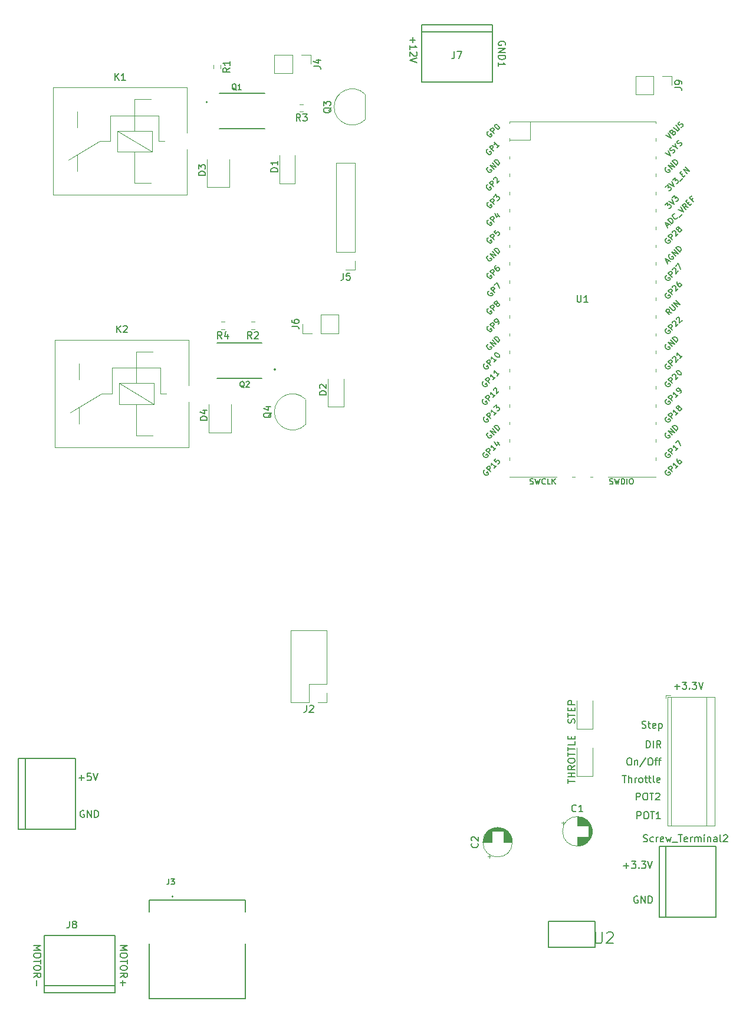
<source format=gbr>
G04 #@! TF.GenerationSoftware,KiCad,Pcbnew,(5.1.10-1-10_14)*
G04 #@! TF.CreationDate,2021-10-13T16:24:28-04:00*
G04 #@! TF.ProjectId,CC_PCB_V1,43435f50-4342-45f5-9631-2e6b69636164,10/13/2021*
G04 #@! TF.SameCoordinates,Original*
G04 #@! TF.FileFunction,Legend,Top*
G04 #@! TF.FilePolarity,Positive*
%FSLAX46Y46*%
G04 Gerber Fmt 4.6, Leading zero omitted, Abs format (unit mm)*
G04 Created by KiCad (PCBNEW (5.1.10-1-10_14)) date 2021-10-13 16:24:28*
%MOMM*%
%LPD*%
G01*
G04 APERTURE LIST*
%ADD10C,0.150000*%
%ADD11C,0.120000*%
%ADD12C,0.200000*%
%ADD13C,0.127000*%
%ADD14C,0.152400*%
G04 APERTURE END LIST*
D10*
X112628571Y-21938095D02*
X112628571Y-22700000D01*
X112247619Y-22319047D02*
X113009523Y-22319047D01*
X112247619Y-23700000D02*
X112247619Y-23128571D01*
X112247619Y-23414285D02*
X113247619Y-23414285D01*
X113104761Y-23319047D01*
X113009523Y-23223809D01*
X112961904Y-23128571D01*
X113152380Y-24080952D02*
X113200000Y-24128571D01*
X113247619Y-24223809D01*
X113247619Y-24461904D01*
X113200000Y-24557142D01*
X113152380Y-24604761D01*
X113057142Y-24652380D01*
X112961904Y-24652380D01*
X112819047Y-24604761D01*
X112247619Y-24033333D01*
X112247619Y-24652380D01*
X113247619Y-24938095D02*
X112247619Y-25271428D01*
X113247619Y-25604761D01*
X125900000Y-23061904D02*
X125947619Y-22966666D01*
X125947619Y-22823809D01*
X125900000Y-22680952D01*
X125804761Y-22585714D01*
X125709523Y-22538095D01*
X125519047Y-22490476D01*
X125376190Y-22490476D01*
X125185714Y-22538095D01*
X125090476Y-22585714D01*
X124995238Y-22680952D01*
X124947619Y-22823809D01*
X124947619Y-22919047D01*
X124995238Y-23061904D01*
X125042857Y-23109523D01*
X125376190Y-23109523D01*
X125376190Y-22919047D01*
X124947619Y-23538095D02*
X125947619Y-23538095D01*
X124947619Y-24109523D01*
X125947619Y-24109523D01*
X124947619Y-24585714D02*
X125947619Y-24585714D01*
X125947619Y-24823809D01*
X125900000Y-24966666D01*
X125804761Y-25061904D01*
X125709523Y-25109523D01*
X125519047Y-25157142D01*
X125376190Y-25157142D01*
X125185714Y-25109523D01*
X125090476Y-25061904D01*
X124995238Y-24966666D01*
X124947619Y-24823809D01*
X124947619Y-24585714D01*
X124947619Y-26109523D02*
X124947619Y-25538095D01*
X124947619Y-25823809D02*
X125947619Y-25823809D01*
X125804761Y-25728571D01*
X125709523Y-25633333D01*
X125661904Y-25538095D01*
X58247619Y-152219047D02*
X59247619Y-152219047D01*
X58533333Y-152552380D01*
X59247619Y-152885714D01*
X58247619Y-152885714D01*
X59247619Y-153552380D02*
X59247619Y-153742857D01*
X59200000Y-153838095D01*
X59104761Y-153933333D01*
X58914285Y-153980952D01*
X58580952Y-153980952D01*
X58390476Y-153933333D01*
X58295238Y-153838095D01*
X58247619Y-153742857D01*
X58247619Y-153552380D01*
X58295238Y-153457142D01*
X58390476Y-153361904D01*
X58580952Y-153314285D01*
X58914285Y-153314285D01*
X59104761Y-153361904D01*
X59200000Y-153457142D01*
X59247619Y-153552380D01*
X59247619Y-154266666D02*
X59247619Y-154838095D01*
X58247619Y-154552380D02*
X59247619Y-154552380D01*
X59247619Y-155361904D02*
X59247619Y-155552380D01*
X59200000Y-155647619D01*
X59104761Y-155742857D01*
X58914285Y-155790476D01*
X58580952Y-155790476D01*
X58390476Y-155742857D01*
X58295238Y-155647619D01*
X58247619Y-155552380D01*
X58247619Y-155361904D01*
X58295238Y-155266666D01*
X58390476Y-155171428D01*
X58580952Y-155123809D01*
X58914285Y-155123809D01*
X59104761Y-155171428D01*
X59200000Y-155266666D01*
X59247619Y-155361904D01*
X58247619Y-156790476D02*
X58723809Y-156457142D01*
X58247619Y-156219047D02*
X59247619Y-156219047D01*
X59247619Y-156600000D01*
X59200000Y-156695238D01*
X59152380Y-156742857D01*
X59057142Y-156790476D01*
X58914285Y-156790476D01*
X58819047Y-156742857D01*
X58771428Y-156695238D01*
X58723809Y-156600000D01*
X58723809Y-156219047D01*
X58628571Y-157219047D02*
X58628571Y-157980952D01*
X70647619Y-152219047D02*
X71647619Y-152219047D01*
X70933333Y-152552380D01*
X71647619Y-152885714D01*
X70647619Y-152885714D01*
X71647619Y-153552380D02*
X71647619Y-153742857D01*
X71600000Y-153838095D01*
X71504761Y-153933333D01*
X71314285Y-153980952D01*
X70980952Y-153980952D01*
X70790476Y-153933333D01*
X70695238Y-153838095D01*
X70647619Y-153742857D01*
X70647619Y-153552380D01*
X70695238Y-153457142D01*
X70790476Y-153361904D01*
X70980952Y-153314285D01*
X71314285Y-153314285D01*
X71504761Y-153361904D01*
X71600000Y-153457142D01*
X71647619Y-153552380D01*
X71647619Y-154266666D02*
X71647619Y-154838095D01*
X70647619Y-154552380D02*
X71647619Y-154552380D01*
X71647619Y-155361904D02*
X71647619Y-155552380D01*
X71600000Y-155647619D01*
X71504761Y-155742857D01*
X71314285Y-155790476D01*
X70980952Y-155790476D01*
X70790476Y-155742857D01*
X70695238Y-155647619D01*
X70647619Y-155552380D01*
X70647619Y-155361904D01*
X70695238Y-155266666D01*
X70790476Y-155171428D01*
X70980952Y-155123809D01*
X71314285Y-155123809D01*
X71504761Y-155171428D01*
X71600000Y-155266666D01*
X71647619Y-155361904D01*
X70647619Y-156790476D02*
X71123809Y-156457142D01*
X70647619Y-156219047D02*
X71647619Y-156219047D01*
X71647619Y-156600000D01*
X71600000Y-156695238D01*
X71552380Y-156742857D01*
X71457142Y-156790476D01*
X71314285Y-156790476D01*
X71219047Y-156742857D01*
X71171428Y-156695238D01*
X71123809Y-156600000D01*
X71123809Y-156219047D01*
X71028571Y-157219047D02*
X71028571Y-157980952D01*
X70647619Y-157600000D02*
X71409523Y-157600000D01*
X144938095Y-145200000D02*
X144842857Y-145152380D01*
X144700000Y-145152380D01*
X144557142Y-145200000D01*
X144461904Y-145295238D01*
X144414285Y-145390476D01*
X144366666Y-145580952D01*
X144366666Y-145723809D01*
X144414285Y-145914285D01*
X144461904Y-146009523D01*
X144557142Y-146104761D01*
X144700000Y-146152380D01*
X144795238Y-146152380D01*
X144938095Y-146104761D01*
X144985714Y-146057142D01*
X144985714Y-145723809D01*
X144795238Y-145723809D01*
X145414285Y-146152380D02*
X145414285Y-145152380D01*
X145985714Y-146152380D01*
X145985714Y-145152380D01*
X146461904Y-146152380D02*
X146461904Y-145152380D01*
X146700000Y-145152380D01*
X146842857Y-145200000D01*
X146938095Y-145295238D01*
X146985714Y-145390476D01*
X147033333Y-145580952D01*
X147033333Y-145723809D01*
X146985714Y-145914285D01*
X146938095Y-146009523D01*
X146842857Y-146104761D01*
X146700000Y-146152380D01*
X146461904Y-146152380D01*
X142900000Y-140771428D02*
X143661904Y-140771428D01*
X143280952Y-141152380D02*
X143280952Y-140390476D01*
X144042857Y-140152380D02*
X144661904Y-140152380D01*
X144328571Y-140533333D01*
X144471428Y-140533333D01*
X144566666Y-140580952D01*
X144614285Y-140628571D01*
X144661904Y-140723809D01*
X144661904Y-140961904D01*
X144614285Y-141057142D01*
X144566666Y-141104761D01*
X144471428Y-141152380D01*
X144185714Y-141152380D01*
X144090476Y-141104761D01*
X144042857Y-141057142D01*
X145090476Y-141057142D02*
X145138095Y-141104761D01*
X145090476Y-141152380D01*
X145042857Y-141104761D01*
X145090476Y-141057142D01*
X145090476Y-141152380D01*
X145471428Y-140152380D02*
X146090476Y-140152380D01*
X145757142Y-140533333D01*
X145900000Y-140533333D01*
X145995238Y-140580952D01*
X146042857Y-140628571D01*
X146090476Y-140723809D01*
X146090476Y-140961904D01*
X146042857Y-141057142D01*
X145995238Y-141104761D01*
X145900000Y-141152380D01*
X145614285Y-141152380D01*
X145519047Y-141104761D01*
X145471428Y-141057142D01*
X146376190Y-140152380D02*
X146709523Y-141152380D01*
X147042857Y-140152380D01*
X64714285Y-128171428D02*
X65476190Y-128171428D01*
X65095238Y-128552380D02*
X65095238Y-127790476D01*
X66428571Y-127552380D02*
X65952380Y-127552380D01*
X65904761Y-128028571D01*
X65952380Y-127980952D01*
X66047619Y-127933333D01*
X66285714Y-127933333D01*
X66380952Y-127980952D01*
X66428571Y-128028571D01*
X66476190Y-128123809D01*
X66476190Y-128361904D01*
X66428571Y-128457142D01*
X66380952Y-128504761D01*
X66285714Y-128552380D01*
X66047619Y-128552380D01*
X65952380Y-128504761D01*
X65904761Y-128457142D01*
X66761904Y-127552380D02*
X67095238Y-128552380D01*
X67428571Y-127552380D01*
X65438095Y-132900000D02*
X65342857Y-132852380D01*
X65200000Y-132852380D01*
X65057142Y-132900000D01*
X64961904Y-132995238D01*
X64914285Y-133090476D01*
X64866666Y-133280952D01*
X64866666Y-133423809D01*
X64914285Y-133614285D01*
X64961904Y-133709523D01*
X65057142Y-133804761D01*
X65200000Y-133852380D01*
X65295238Y-133852380D01*
X65438095Y-133804761D01*
X65485714Y-133757142D01*
X65485714Y-133423809D01*
X65295238Y-133423809D01*
X65914285Y-133852380D02*
X65914285Y-132852380D01*
X66485714Y-133852380D01*
X66485714Y-132852380D01*
X66961904Y-133852380D02*
X66961904Y-132852380D01*
X67200000Y-132852380D01*
X67342857Y-132900000D01*
X67438095Y-132995238D01*
X67485714Y-133090476D01*
X67533333Y-133280952D01*
X67533333Y-133423809D01*
X67485714Y-133614285D01*
X67438095Y-133709523D01*
X67342857Y-133804761D01*
X67200000Y-133852380D01*
X66961904Y-133852380D01*
X144857142Y-134052380D02*
X144857142Y-133052380D01*
X145238095Y-133052380D01*
X145333333Y-133100000D01*
X145380952Y-133147619D01*
X145428571Y-133242857D01*
X145428571Y-133385714D01*
X145380952Y-133480952D01*
X145333333Y-133528571D01*
X145238095Y-133576190D01*
X144857142Y-133576190D01*
X146047619Y-133052380D02*
X146238095Y-133052380D01*
X146333333Y-133100000D01*
X146428571Y-133195238D01*
X146476190Y-133385714D01*
X146476190Y-133719047D01*
X146428571Y-133909523D01*
X146333333Y-134004761D01*
X146238095Y-134052380D01*
X146047619Y-134052380D01*
X145952380Y-134004761D01*
X145857142Y-133909523D01*
X145809523Y-133719047D01*
X145809523Y-133385714D01*
X145857142Y-133195238D01*
X145952380Y-133100000D01*
X146047619Y-133052380D01*
X146761904Y-133052380D02*
X147333333Y-133052380D01*
X147047619Y-134052380D02*
X147047619Y-133052380D01*
X148190476Y-134052380D02*
X147619047Y-134052380D01*
X147904761Y-134052380D02*
X147904761Y-133052380D01*
X147809523Y-133195238D01*
X147714285Y-133290476D01*
X147619047Y-133338095D01*
X144757142Y-131352380D02*
X144757142Y-130352380D01*
X145138095Y-130352380D01*
X145233333Y-130400000D01*
X145280952Y-130447619D01*
X145328571Y-130542857D01*
X145328571Y-130685714D01*
X145280952Y-130780952D01*
X145233333Y-130828571D01*
X145138095Y-130876190D01*
X144757142Y-130876190D01*
X145947619Y-130352380D02*
X146138095Y-130352380D01*
X146233333Y-130400000D01*
X146328571Y-130495238D01*
X146376190Y-130685714D01*
X146376190Y-131019047D01*
X146328571Y-131209523D01*
X146233333Y-131304761D01*
X146138095Y-131352380D01*
X145947619Y-131352380D01*
X145852380Y-131304761D01*
X145757142Y-131209523D01*
X145709523Y-131019047D01*
X145709523Y-130685714D01*
X145757142Y-130495238D01*
X145852380Y-130400000D01*
X145947619Y-130352380D01*
X146661904Y-130352380D02*
X147233333Y-130352380D01*
X146947619Y-131352380D02*
X146947619Y-130352380D01*
X147519047Y-130447619D02*
X147566666Y-130400000D01*
X147661904Y-130352380D01*
X147900000Y-130352380D01*
X147995238Y-130400000D01*
X148042857Y-130447619D01*
X148090476Y-130542857D01*
X148090476Y-130638095D01*
X148042857Y-130780952D01*
X147471428Y-131352380D01*
X148090476Y-131352380D01*
X142738095Y-127852380D02*
X143309523Y-127852380D01*
X143023809Y-128852380D02*
X143023809Y-127852380D01*
X143642857Y-128852380D02*
X143642857Y-127852380D01*
X144071428Y-128852380D02*
X144071428Y-128328571D01*
X144023809Y-128233333D01*
X143928571Y-128185714D01*
X143785714Y-128185714D01*
X143690476Y-128233333D01*
X143642857Y-128280952D01*
X144547619Y-128852380D02*
X144547619Y-128185714D01*
X144547619Y-128376190D02*
X144595238Y-128280952D01*
X144642857Y-128233333D01*
X144738095Y-128185714D01*
X144833333Y-128185714D01*
X145309523Y-128852380D02*
X145214285Y-128804761D01*
X145166666Y-128757142D01*
X145119047Y-128661904D01*
X145119047Y-128376190D01*
X145166666Y-128280952D01*
X145214285Y-128233333D01*
X145309523Y-128185714D01*
X145452380Y-128185714D01*
X145547619Y-128233333D01*
X145595238Y-128280952D01*
X145642857Y-128376190D01*
X145642857Y-128661904D01*
X145595238Y-128757142D01*
X145547619Y-128804761D01*
X145452380Y-128852380D01*
X145309523Y-128852380D01*
X145928571Y-128185714D02*
X146309523Y-128185714D01*
X146071428Y-127852380D02*
X146071428Y-128709523D01*
X146119047Y-128804761D01*
X146214285Y-128852380D01*
X146309523Y-128852380D01*
X146500000Y-128185714D02*
X146880952Y-128185714D01*
X146642857Y-127852380D02*
X146642857Y-128709523D01*
X146690476Y-128804761D01*
X146785714Y-128852380D01*
X146880952Y-128852380D01*
X147357142Y-128852380D02*
X147261904Y-128804761D01*
X147214285Y-128709523D01*
X147214285Y-127852380D01*
X148119047Y-128804761D02*
X148023809Y-128852380D01*
X147833333Y-128852380D01*
X147738095Y-128804761D01*
X147690476Y-128709523D01*
X147690476Y-128328571D01*
X147738095Y-128233333D01*
X147833333Y-128185714D01*
X148023809Y-128185714D01*
X148119047Y-128233333D01*
X148166666Y-128328571D01*
X148166666Y-128423809D01*
X147690476Y-128519047D01*
X143652380Y-125352380D02*
X143842857Y-125352380D01*
X143938095Y-125400000D01*
X144033333Y-125495238D01*
X144080952Y-125685714D01*
X144080952Y-126019047D01*
X144033333Y-126209523D01*
X143938095Y-126304761D01*
X143842857Y-126352380D01*
X143652380Y-126352380D01*
X143557142Y-126304761D01*
X143461904Y-126209523D01*
X143414285Y-126019047D01*
X143414285Y-125685714D01*
X143461904Y-125495238D01*
X143557142Y-125400000D01*
X143652380Y-125352380D01*
X144509523Y-125685714D02*
X144509523Y-126352380D01*
X144509523Y-125780952D02*
X144557142Y-125733333D01*
X144652380Y-125685714D01*
X144795238Y-125685714D01*
X144890476Y-125733333D01*
X144938095Y-125828571D01*
X144938095Y-126352380D01*
X146128571Y-125304761D02*
X145271428Y-126590476D01*
X146652380Y-125352380D02*
X146842857Y-125352380D01*
X146938095Y-125400000D01*
X147033333Y-125495238D01*
X147080952Y-125685714D01*
X147080952Y-126019047D01*
X147033333Y-126209523D01*
X146938095Y-126304761D01*
X146842857Y-126352380D01*
X146652380Y-126352380D01*
X146557142Y-126304761D01*
X146461904Y-126209523D01*
X146414285Y-126019047D01*
X146414285Y-125685714D01*
X146461904Y-125495238D01*
X146557142Y-125400000D01*
X146652380Y-125352380D01*
X147366666Y-125685714D02*
X147747619Y-125685714D01*
X147509523Y-126352380D02*
X147509523Y-125495238D01*
X147557142Y-125400000D01*
X147652380Y-125352380D01*
X147747619Y-125352380D01*
X147938095Y-125685714D02*
X148319047Y-125685714D01*
X148080952Y-126352380D02*
X148080952Y-125495238D01*
X148128571Y-125400000D01*
X148223809Y-125352380D01*
X148319047Y-125352380D01*
X146200000Y-123852380D02*
X146200000Y-122852380D01*
X146438095Y-122852380D01*
X146580952Y-122900000D01*
X146676190Y-122995238D01*
X146723809Y-123090476D01*
X146771428Y-123280952D01*
X146771428Y-123423809D01*
X146723809Y-123614285D01*
X146676190Y-123709523D01*
X146580952Y-123804761D01*
X146438095Y-123852380D01*
X146200000Y-123852380D01*
X147200000Y-123852380D02*
X147200000Y-122852380D01*
X148247619Y-123852380D02*
X147914285Y-123376190D01*
X147676190Y-123852380D02*
X147676190Y-122852380D01*
X148057142Y-122852380D01*
X148152380Y-122900000D01*
X148200000Y-122947619D01*
X148247619Y-123042857D01*
X148247619Y-123185714D01*
X148200000Y-123280952D01*
X148152380Y-123328571D01*
X148057142Y-123376190D01*
X147676190Y-123376190D01*
X145547619Y-121004761D02*
X145690476Y-121052380D01*
X145928571Y-121052380D01*
X146023809Y-121004761D01*
X146071428Y-120957142D01*
X146119047Y-120861904D01*
X146119047Y-120766666D01*
X146071428Y-120671428D01*
X146023809Y-120623809D01*
X145928571Y-120576190D01*
X145738095Y-120528571D01*
X145642857Y-120480952D01*
X145595238Y-120433333D01*
X145547619Y-120338095D01*
X145547619Y-120242857D01*
X145595238Y-120147619D01*
X145642857Y-120100000D01*
X145738095Y-120052380D01*
X145976190Y-120052380D01*
X146119047Y-120100000D01*
X146404761Y-120385714D02*
X146785714Y-120385714D01*
X146547619Y-120052380D02*
X146547619Y-120909523D01*
X146595238Y-121004761D01*
X146690476Y-121052380D01*
X146785714Y-121052380D01*
X147500000Y-121004761D02*
X147404761Y-121052380D01*
X147214285Y-121052380D01*
X147119047Y-121004761D01*
X147071428Y-120909523D01*
X147071428Y-120528571D01*
X147119047Y-120433333D01*
X147214285Y-120385714D01*
X147404761Y-120385714D01*
X147500000Y-120433333D01*
X147547619Y-120528571D01*
X147547619Y-120623809D01*
X147071428Y-120719047D01*
X147976190Y-120385714D02*
X147976190Y-121385714D01*
X147976190Y-120433333D02*
X148071428Y-120385714D01*
X148261904Y-120385714D01*
X148357142Y-120433333D01*
X148404761Y-120480952D01*
X148452380Y-120576190D01*
X148452380Y-120861904D01*
X148404761Y-120957142D01*
X148357142Y-121004761D01*
X148261904Y-121052380D01*
X148071428Y-121052380D01*
X147976190Y-121004761D01*
X150200000Y-115071428D02*
X150961904Y-115071428D01*
X150580952Y-115452380D02*
X150580952Y-114690476D01*
X151342857Y-114452380D02*
X151961904Y-114452380D01*
X151628571Y-114833333D01*
X151771428Y-114833333D01*
X151866666Y-114880952D01*
X151914285Y-114928571D01*
X151961904Y-115023809D01*
X151961904Y-115261904D01*
X151914285Y-115357142D01*
X151866666Y-115404761D01*
X151771428Y-115452380D01*
X151485714Y-115452380D01*
X151390476Y-115404761D01*
X151342857Y-115357142D01*
X152390476Y-115357142D02*
X152438095Y-115404761D01*
X152390476Y-115452380D01*
X152342857Y-115404761D01*
X152390476Y-115357142D01*
X152390476Y-115452380D01*
X152771428Y-114452380D02*
X153390476Y-114452380D01*
X153057142Y-114833333D01*
X153200000Y-114833333D01*
X153295238Y-114880952D01*
X153342857Y-114928571D01*
X153390476Y-115023809D01*
X153390476Y-115261904D01*
X153342857Y-115357142D01*
X153295238Y-115404761D01*
X153200000Y-115452380D01*
X152914285Y-115452380D01*
X152819047Y-115404761D01*
X152771428Y-115357142D01*
X153676190Y-114452380D02*
X154009523Y-115452380D01*
X154342857Y-114452380D01*
D11*
X138435000Y-121160000D02*
X138435000Y-117100000D01*
X136165000Y-121160000D02*
X138435000Y-121160000D01*
X136165000Y-117100000D02*
X136165000Y-121160000D01*
X138435000Y-127960000D02*
X138435000Y-123900000D01*
X136165000Y-127960000D02*
X138435000Y-127960000D01*
X136165000Y-123900000D02*
X136165000Y-127960000D01*
D12*
X78237200Y-145218700D02*
G75*
G03*
X78237200Y-145218700I-100000J0D01*
G01*
X88637200Y-145738700D02*
X74837200Y-145738700D01*
X74837200Y-159898700D02*
X88637200Y-159898700D01*
X74837200Y-145738700D02*
X74837200Y-147398700D01*
X74837200Y-151988700D02*
X74837200Y-159898700D01*
X88637200Y-145738700D02*
X88637200Y-147398700D01*
X88637200Y-151988700D02*
X88637200Y-159898700D01*
D11*
X126948300Y-137413300D02*
G75*
G03*
X126948300Y-137413300I-2120000J0D01*
G01*
X125668300Y-137413300D02*
X126908300Y-137413300D01*
X122748300Y-137413300D02*
X123988300Y-137413300D01*
X125668300Y-137373300D02*
X126908300Y-137373300D01*
X122748300Y-137373300D02*
X123988300Y-137373300D01*
X125668300Y-137333300D02*
X126907300Y-137333300D01*
X122749300Y-137333300D02*
X123988300Y-137333300D01*
X122751300Y-137293300D02*
X123988300Y-137293300D01*
X125668300Y-137293300D02*
X126905300Y-137293300D01*
X122754300Y-137253300D02*
X123988300Y-137253300D01*
X125668300Y-137253300D02*
X126902300Y-137253300D01*
X122757300Y-137213300D02*
X123988300Y-137213300D01*
X125668300Y-137213300D02*
X126899300Y-137213300D01*
X122761300Y-137173300D02*
X123988300Y-137173300D01*
X125668300Y-137173300D02*
X126895300Y-137173300D01*
X122766300Y-137133300D02*
X123988300Y-137133300D01*
X125668300Y-137133300D02*
X126890300Y-137133300D01*
X122772300Y-137093300D02*
X123988300Y-137093300D01*
X125668300Y-137093300D02*
X126884300Y-137093300D01*
X122778300Y-137053300D02*
X123988300Y-137053300D01*
X125668300Y-137053300D02*
X126878300Y-137053300D01*
X122786300Y-137013300D02*
X123988300Y-137013300D01*
X125668300Y-137013300D02*
X126870300Y-137013300D01*
X122794300Y-136973300D02*
X123988300Y-136973300D01*
X125668300Y-136973300D02*
X126862300Y-136973300D01*
X122803300Y-136933300D02*
X123988300Y-136933300D01*
X125668300Y-136933300D02*
X126853300Y-136933300D01*
X122812300Y-136893300D02*
X123988300Y-136893300D01*
X125668300Y-136893300D02*
X126844300Y-136893300D01*
X122823300Y-136853300D02*
X123988300Y-136853300D01*
X125668300Y-136853300D02*
X126833300Y-136853300D01*
X122834300Y-136813300D02*
X123988300Y-136813300D01*
X125668300Y-136813300D02*
X126822300Y-136813300D01*
X122846300Y-136773300D02*
X123988300Y-136773300D01*
X125668300Y-136773300D02*
X126810300Y-136773300D01*
X122860300Y-136733300D02*
X123988300Y-136733300D01*
X125668300Y-136733300D02*
X126796300Y-136733300D01*
X122874300Y-136692300D02*
X123988300Y-136692300D01*
X125668300Y-136692300D02*
X126782300Y-136692300D01*
X122888300Y-136652300D02*
X123988300Y-136652300D01*
X125668300Y-136652300D02*
X126768300Y-136652300D01*
X122904300Y-136612300D02*
X123988300Y-136612300D01*
X125668300Y-136612300D02*
X126752300Y-136612300D01*
X122921300Y-136572300D02*
X123988300Y-136572300D01*
X125668300Y-136572300D02*
X126735300Y-136572300D01*
X122939300Y-136532300D02*
X123988300Y-136532300D01*
X125668300Y-136532300D02*
X126717300Y-136532300D01*
X122958300Y-136492300D02*
X123988300Y-136492300D01*
X125668300Y-136492300D02*
X126698300Y-136492300D01*
X122977300Y-136452300D02*
X123988300Y-136452300D01*
X125668300Y-136452300D02*
X126679300Y-136452300D01*
X122998300Y-136412300D02*
X123988300Y-136412300D01*
X125668300Y-136412300D02*
X126658300Y-136412300D01*
X123020300Y-136372300D02*
X123988300Y-136372300D01*
X125668300Y-136372300D02*
X126636300Y-136372300D01*
X123043300Y-136332300D02*
X123988300Y-136332300D01*
X125668300Y-136332300D02*
X126613300Y-136332300D01*
X123068300Y-136292300D02*
X123988300Y-136292300D01*
X125668300Y-136292300D02*
X126588300Y-136292300D01*
X123093300Y-136252300D02*
X123988300Y-136252300D01*
X125668300Y-136252300D02*
X126563300Y-136252300D01*
X123120300Y-136212300D02*
X123988300Y-136212300D01*
X125668300Y-136212300D02*
X126536300Y-136212300D01*
X123148300Y-136172300D02*
X123988300Y-136172300D01*
X125668300Y-136172300D02*
X126508300Y-136172300D01*
X123178300Y-136132300D02*
X123988300Y-136132300D01*
X125668300Y-136132300D02*
X126478300Y-136132300D01*
X123209300Y-136092300D02*
X123988300Y-136092300D01*
X125668300Y-136092300D02*
X126447300Y-136092300D01*
X123241300Y-136052300D02*
X123988300Y-136052300D01*
X125668300Y-136052300D02*
X126415300Y-136052300D01*
X123276300Y-136012300D02*
X123988300Y-136012300D01*
X125668300Y-136012300D02*
X126380300Y-136012300D01*
X123312300Y-135972300D02*
X123988300Y-135972300D01*
X125668300Y-135972300D02*
X126344300Y-135972300D01*
X123350300Y-135932300D02*
X123988300Y-135932300D01*
X125668300Y-135932300D02*
X126306300Y-135932300D01*
X123390300Y-135892300D02*
X123988300Y-135892300D01*
X125668300Y-135892300D02*
X126266300Y-135892300D01*
X123432300Y-135852300D02*
X123988300Y-135852300D01*
X125668300Y-135852300D02*
X126224300Y-135852300D01*
X123477300Y-135812300D02*
X126179300Y-135812300D01*
X123524300Y-135772300D02*
X126132300Y-135772300D01*
X123574300Y-135732300D02*
X126082300Y-135732300D01*
X123628300Y-135692300D02*
X126028300Y-135692300D01*
X123686300Y-135652300D02*
X125970300Y-135652300D01*
X123748300Y-135612300D02*
X125908300Y-135612300D01*
X123815300Y-135572300D02*
X125841300Y-135572300D01*
X123888300Y-135532300D02*
X125768300Y-135532300D01*
X123969300Y-135492300D02*
X125687300Y-135492300D01*
X124060300Y-135452300D02*
X125596300Y-135452300D01*
X124164300Y-135412300D02*
X125492300Y-135412300D01*
X124291300Y-135372300D02*
X125365300Y-135372300D01*
X124458300Y-135332300D02*
X125198300Y-135332300D01*
X123633300Y-139683101D02*
X123633300Y-139283101D01*
X123433300Y-139483101D02*
X123833300Y-139483101D01*
X138391700Y-135851900D02*
G75*
G03*
X138391700Y-135851900I-2120000J0D01*
G01*
X136271700Y-136691900D02*
X136271700Y-137931900D01*
X136271700Y-133771900D02*
X136271700Y-135011900D01*
X136311700Y-136691900D02*
X136311700Y-137931900D01*
X136311700Y-133771900D02*
X136311700Y-135011900D01*
X136351700Y-136691900D02*
X136351700Y-137930900D01*
X136351700Y-133772900D02*
X136351700Y-135011900D01*
X136391700Y-133774900D02*
X136391700Y-135011900D01*
X136391700Y-136691900D02*
X136391700Y-137928900D01*
X136431700Y-133777900D02*
X136431700Y-135011900D01*
X136431700Y-136691900D02*
X136431700Y-137925900D01*
X136471700Y-133780900D02*
X136471700Y-135011900D01*
X136471700Y-136691900D02*
X136471700Y-137922900D01*
X136511700Y-133784900D02*
X136511700Y-135011900D01*
X136511700Y-136691900D02*
X136511700Y-137918900D01*
X136551700Y-133789900D02*
X136551700Y-135011900D01*
X136551700Y-136691900D02*
X136551700Y-137913900D01*
X136591700Y-133795900D02*
X136591700Y-135011900D01*
X136591700Y-136691900D02*
X136591700Y-137907900D01*
X136631700Y-133801900D02*
X136631700Y-135011900D01*
X136631700Y-136691900D02*
X136631700Y-137901900D01*
X136671700Y-133809900D02*
X136671700Y-135011900D01*
X136671700Y-136691900D02*
X136671700Y-137893900D01*
X136711700Y-133817900D02*
X136711700Y-135011900D01*
X136711700Y-136691900D02*
X136711700Y-137885900D01*
X136751700Y-133826900D02*
X136751700Y-135011900D01*
X136751700Y-136691900D02*
X136751700Y-137876900D01*
X136791700Y-133835900D02*
X136791700Y-135011900D01*
X136791700Y-136691900D02*
X136791700Y-137867900D01*
X136831700Y-133846900D02*
X136831700Y-135011900D01*
X136831700Y-136691900D02*
X136831700Y-137856900D01*
X136871700Y-133857900D02*
X136871700Y-135011900D01*
X136871700Y-136691900D02*
X136871700Y-137845900D01*
X136911700Y-133869900D02*
X136911700Y-135011900D01*
X136911700Y-136691900D02*
X136911700Y-137833900D01*
X136951700Y-133883900D02*
X136951700Y-135011900D01*
X136951700Y-136691900D02*
X136951700Y-137819900D01*
X136992700Y-133897900D02*
X136992700Y-135011900D01*
X136992700Y-136691900D02*
X136992700Y-137805900D01*
X137032700Y-133911900D02*
X137032700Y-135011900D01*
X137032700Y-136691900D02*
X137032700Y-137791900D01*
X137072700Y-133927900D02*
X137072700Y-135011900D01*
X137072700Y-136691900D02*
X137072700Y-137775900D01*
X137112700Y-133944900D02*
X137112700Y-135011900D01*
X137112700Y-136691900D02*
X137112700Y-137758900D01*
X137152700Y-133962900D02*
X137152700Y-135011900D01*
X137152700Y-136691900D02*
X137152700Y-137740900D01*
X137192700Y-133981900D02*
X137192700Y-135011900D01*
X137192700Y-136691900D02*
X137192700Y-137721900D01*
X137232700Y-134000900D02*
X137232700Y-135011900D01*
X137232700Y-136691900D02*
X137232700Y-137702900D01*
X137272700Y-134021900D02*
X137272700Y-135011900D01*
X137272700Y-136691900D02*
X137272700Y-137681900D01*
X137312700Y-134043900D02*
X137312700Y-135011900D01*
X137312700Y-136691900D02*
X137312700Y-137659900D01*
X137352700Y-134066900D02*
X137352700Y-135011900D01*
X137352700Y-136691900D02*
X137352700Y-137636900D01*
X137392700Y-134091900D02*
X137392700Y-135011900D01*
X137392700Y-136691900D02*
X137392700Y-137611900D01*
X137432700Y-134116900D02*
X137432700Y-135011900D01*
X137432700Y-136691900D02*
X137432700Y-137586900D01*
X137472700Y-134143900D02*
X137472700Y-135011900D01*
X137472700Y-136691900D02*
X137472700Y-137559900D01*
X137512700Y-134171900D02*
X137512700Y-135011900D01*
X137512700Y-136691900D02*
X137512700Y-137531900D01*
X137552700Y-134201900D02*
X137552700Y-135011900D01*
X137552700Y-136691900D02*
X137552700Y-137501900D01*
X137592700Y-134232900D02*
X137592700Y-135011900D01*
X137592700Y-136691900D02*
X137592700Y-137470900D01*
X137632700Y-134264900D02*
X137632700Y-135011900D01*
X137632700Y-136691900D02*
X137632700Y-137438900D01*
X137672700Y-134299900D02*
X137672700Y-135011900D01*
X137672700Y-136691900D02*
X137672700Y-137403900D01*
X137712700Y-134335900D02*
X137712700Y-135011900D01*
X137712700Y-136691900D02*
X137712700Y-137367900D01*
X137752700Y-134373900D02*
X137752700Y-135011900D01*
X137752700Y-136691900D02*
X137752700Y-137329900D01*
X137792700Y-134413900D02*
X137792700Y-135011900D01*
X137792700Y-136691900D02*
X137792700Y-137289900D01*
X137832700Y-134455900D02*
X137832700Y-135011900D01*
X137832700Y-136691900D02*
X137832700Y-137247900D01*
X137872700Y-134500900D02*
X137872700Y-137202900D01*
X137912700Y-134547900D02*
X137912700Y-137155900D01*
X137952700Y-134597900D02*
X137952700Y-137105900D01*
X137992700Y-134651900D02*
X137992700Y-137051900D01*
X138032700Y-134709900D02*
X138032700Y-136993900D01*
X138072700Y-134771900D02*
X138072700Y-136931900D01*
X138112700Y-134838900D02*
X138112700Y-136864900D01*
X138152700Y-134911900D02*
X138152700Y-136791900D01*
X138192700Y-134992900D02*
X138192700Y-136710900D01*
X138232700Y-135083900D02*
X138232700Y-136619900D01*
X138272700Y-135187900D02*
X138272700Y-136515900D01*
X138312700Y-135314900D02*
X138312700Y-136388900D01*
X138352700Y-135481900D02*
X138352700Y-136221900D01*
X134001899Y-134656900D02*
X134401899Y-134656900D01*
X134201899Y-134456900D02*
X134201899Y-134856900D01*
X85654724Y-63822500D02*
X85145276Y-63822500D01*
X85654724Y-62777500D02*
X85145276Y-62777500D01*
X96941724Y-32590000D02*
X96432276Y-32590000D01*
X96941724Y-31545000D02*
X96432276Y-31545000D01*
X89954724Y-63822500D02*
X89445276Y-63822500D01*
X89954724Y-62777500D02*
X89445276Y-62777500D01*
X85041000Y-25930776D02*
X85041000Y-26440224D01*
X83996000Y-25930776D02*
X83996000Y-26440224D01*
X83378000Y-74563500D02*
X83378000Y-78623500D01*
X83378000Y-78623500D02*
X86548000Y-78623500D01*
X86548000Y-78623500D02*
X86548000Y-74563500D01*
X83124000Y-39421000D02*
X83124000Y-43481000D01*
X83124000Y-43481000D02*
X86294000Y-43481000D01*
X86294000Y-43481000D02*
X86294000Y-39421000D01*
X100465000Y-70917000D02*
X100465000Y-74977000D01*
X100465000Y-74977000D02*
X102735000Y-74977000D01*
X102735000Y-74977000D02*
X102735000Y-70917000D01*
X93480000Y-38876500D02*
X93480000Y-42936500D01*
X93480000Y-42936500D02*
X95750000Y-42936500D01*
X95750000Y-42936500D02*
X95750000Y-38876500D01*
X70470000Y-71556000D02*
X75470000Y-71556000D01*
X70470000Y-74556000D02*
X70470000Y-71556000D01*
X75470000Y-74556000D02*
X70470000Y-74556000D01*
X75470000Y-71556000D02*
X75470000Y-74556000D01*
X70470000Y-71556000D02*
X75470000Y-74556000D01*
X72970000Y-71556000D02*
X72970000Y-67056000D01*
X72970000Y-79056000D02*
X72970000Y-74556000D01*
X76370000Y-73056000D02*
X76370000Y-69356000D01*
X69470000Y-73056000D02*
X69470000Y-69356000D01*
X69470000Y-69356000D02*
X76370000Y-69356000D01*
X67970000Y-73056000D02*
X63470000Y-75756000D01*
X69470000Y-73056000D02*
X67970000Y-73056000D01*
X72970000Y-79056000D02*
X75270000Y-79056000D01*
X76370000Y-73056000D02*
X77270000Y-73056000D01*
X75270000Y-67056000D02*
X72970000Y-67056000D01*
X64770000Y-77356000D02*
X64770000Y-75056000D01*
X64770000Y-68756000D02*
X64770000Y-71056000D01*
X61270000Y-65356000D02*
X80470000Y-65356000D01*
X61270000Y-80756000D02*
X61270000Y-65356000D01*
X80470000Y-80756000D02*
X61270000Y-80756000D01*
X80470000Y-80756000D02*
X80470000Y-74256000D01*
X80470000Y-71856000D02*
X80470000Y-65356000D01*
X70216000Y-35361000D02*
X75216000Y-35361000D01*
X70216000Y-38361000D02*
X70216000Y-35361000D01*
X75216000Y-38361000D02*
X70216000Y-38361000D01*
X75216000Y-35361000D02*
X75216000Y-38361000D01*
X70216000Y-35361000D02*
X75216000Y-38361000D01*
X72716000Y-35361000D02*
X72716000Y-30861000D01*
X72716000Y-42861000D02*
X72716000Y-38361000D01*
X76116000Y-36861000D02*
X76116000Y-33161000D01*
X69216000Y-36861000D02*
X69216000Y-33161000D01*
X69216000Y-33161000D02*
X76116000Y-33161000D01*
X67716000Y-36861000D02*
X63216000Y-39561000D01*
X69216000Y-36861000D02*
X67716000Y-36861000D01*
X72716000Y-42861000D02*
X75016000Y-42861000D01*
X76116000Y-36861000D02*
X77016000Y-36861000D01*
X75016000Y-30861000D02*
X72716000Y-30861000D01*
X64516000Y-41161000D02*
X64516000Y-38861000D01*
X64516000Y-32561000D02*
X64516000Y-34861000D01*
X61016000Y-29161000D02*
X80216000Y-29161000D01*
X61016000Y-44561000D02*
X61016000Y-29161000D01*
X80216000Y-44561000D02*
X61016000Y-44561000D01*
X80216000Y-44561000D02*
X80216000Y-38061000D01*
X80216000Y-35661000D02*
X80216000Y-29161000D01*
X97227000Y-77492000D02*
X97227000Y-73892000D01*
X97215478Y-73853522D02*
G75*
G03*
X92777000Y-75692000I-1838478J-1838478D01*
G01*
X97215478Y-77530478D02*
G75*
G02*
X92777000Y-75692000I-1838478J1838478D01*
G01*
X105799500Y-33740500D02*
X105799500Y-30140500D01*
X105787978Y-30102022D02*
G75*
G03*
X101349500Y-31940500I-1838478J-1838478D01*
G01*
X105787978Y-33778978D02*
G75*
G02*
X101349500Y-31940500I-1838478J1838478D01*
G01*
D13*
X84507000Y-70866000D02*
X91007000Y-70866000D01*
X84507000Y-65786000D02*
X91007000Y-65786000D01*
D12*
X92937000Y-69596000D02*
G75*
G03*
X92937000Y-69596000I-100000J0D01*
G01*
D13*
X91388000Y-29972000D02*
X84888000Y-29972000D01*
X91388000Y-35052000D02*
X84888000Y-35052000D01*
D12*
X83158000Y-31242000D02*
G75*
G03*
X83158000Y-31242000I-100000J0D01*
G01*
D11*
X144618400Y-27486300D02*
X144618400Y-30146300D01*
X147218400Y-27486300D02*
X144618400Y-27486300D01*
X147218400Y-30146300D02*
X144618400Y-30146300D01*
X147218400Y-27486300D02*
X147218400Y-30146300D01*
X148488400Y-27486300D02*
X149818400Y-27486300D01*
X149818400Y-27486300D02*
X149818400Y-28816300D01*
D13*
X59740800Y-150789200D02*
X69900800Y-150789200D01*
X69900800Y-150789200D02*
X69900800Y-157989200D01*
X69900800Y-157989200D02*
X69900800Y-158989200D01*
X69900800Y-158989200D02*
X59740800Y-158989200D01*
X59740800Y-158989200D02*
X59740800Y-157989200D01*
X59740800Y-157989200D02*
X59740800Y-150789200D01*
X59740800Y-157989200D02*
X69900800Y-157989200D01*
X124091700Y-28344300D02*
X113931700Y-28344300D01*
X113931700Y-28344300D02*
X113931700Y-21144300D01*
X113931700Y-21144300D02*
X113931700Y-20144300D01*
X113931700Y-20144300D02*
X124091700Y-20144300D01*
X124091700Y-20144300D02*
X124091700Y-21144300D01*
X124091700Y-21144300D02*
X124091700Y-28344300D01*
X124091700Y-21144300D02*
X113931700Y-21144300D01*
D11*
X102015600Y-64410900D02*
X102015600Y-61750900D01*
X99415600Y-64410900D02*
X102015600Y-64410900D01*
X99415600Y-61750900D02*
X102015600Y-61750900D01*
X99415600Y-64410900D02*
X99415600Y-61750900D01*
X98145600Y-64410900D02*
X96815600Y-64410900D01*
X96815600Y-64410900D02*
X96815600Y-63080900D01*
X92777000Y-24451000D02*
X92777000Y-27111000D01*
X95377000Y-24451000D02*
X92777000Y-24451000D01*
X95377000Y-27111000D02*
X92777000Y-27111000D01*
X95377000Y-24451000D02*
X95377000Y-27111000D01*
X96647000Y-24451000D02*
X97977000Y-24451000D01*
X97977000Y-24451000D02*
X97977000Y-25781000D01*
X104330000Y-39970000D02*
X101670000Y-39970000D01*
X104330000Y-52730000D02*
X104330000Y-39970000D01*
X101670000Y-52730000D02*
X101670000Y-39970000D01*
X104330000Y-52730000D02*
X101670000Y-52730000D01*
X104330000Y-54000000D02*
X104330000Y-55330000D01*
X104330000Y-55330000D02*
X103000000Y-55330000D01*
X100330000Y-107050000D02*
X95130000Y-107050000D01*
X100330000Y-114730000D02*
X100330000Y-107050000D01*
X95130000Y-117330000D02*
X95130000Y-107050000D01*
X100330000Y-114730000D02*
X97730000Y-114730000D01*
X97730000Y-114730000D02*
X97730000Y-117330000D01*
X97730000Y-117330000D02*
X95130000Y-117330000D01*
X100330000Y-116000000D02*
X100330000Y-117330000D01*
X100330000Y-117330000D02*
X99000000Y-117330000D01*
D13*
X156200000Y-138020000D02*
X156200000Y-148180000D01*
X156200000Y-148180000D02*
X149000000Y-148180000D01*
X149000000Y-148180000D02*
X148000000Y-148180000D01*
X148000000Y-148180000D02*
X148000000Y-138020000D01*
X148000000Y-138020000D02*
X149000000Y-138020000D01*
X149000000Y-138020000D02*
X156200000Y-138020000D01*
X149000000Y-138020000D02*
X149000000Y-148180000D01*
D14*
X138811000Y-148780500D02*
X132105400Y-148780500D01*
X138811000Y-152488900D02*
X138811000Y-148780500D01*
X132105400Y-152488900D02*
X138811000Y-152488900D01*
X132105400Y-148780500D02*
X132105400Y-152488900D01*
D11*
X138100000Y-85000000D02*
X138500000Y-85000000D01*
X135500000Y-85000000D02*
X135900000Y-85000000D01*
X147500000Y-85000000D02*
X140700000Y-85000000D01*
X147500000Y-74600000D02*
X147500000Y-75000000D01*
X147500000Y-66900000D02*
X147500000Y-67300000D01*
X147500000Y-41500000D02*
X147500000Y-41900000D01*
X147500000Y-34000000D02*
X147500000Y-34300000D01*
X147500000Y-56800000D02*
X147500000Y-57200000D01*
X147500000Y-72000000D02*
X147500000Y-72400000D01*
X147500000Y-51700000D02*
X147500000Y-52100000D01*
X147500000Y-46600000D02*
X147500000Y-47000000D01*
X147500000Y-59300000D02*
X147500000Y-59700000D01*
X147500000Y-64400000D02*
X147500000Y-64800000D01*
X147500000Y-79600000D02*
X147500000Y-80000000D01*
X147500000Y-82200000D02*
X147500000Y-82600000D01*
X147500000Y-77100000D02*
X147500000Y-77500000D01*
X147500000Y-44100000D02*
X147500000Y-44500000D01*
X147500000Y-36400000D02*
X147500000Y-36800000D01*
X147500000Y-39000000D02*
X147500000Y-39400000D01*
X147500000Y-69500000D02*
X147500000Y-69900000D01*
X147500000Y-61800000D02*
X147500000Y-62200000D01*
X147500000Y-54200000D02*
X147500000Y-54600000D01*
X147500000Y-49100000D02*
X147500000Y-49500000D01*
X126500000Y-82200000D02*
X126500000Y-82600000D01*
X126500000Y-79600000D02*
X126500000Y-80000000D01*
X126500000Y-77100000D02*
X126500000Y-77500000D01*
X126500000Y-74600000D02*
X126500000Y-75000000D01*
X126500000Y-72000000D02*
X126500000Y-72400000D01*
X126500000Y-69500000D02*
X126500000Y-69900000D01*
X126500000Y-66900000D02*
X126500000Y-67300000D01*
X126500000Y-64400000D02*
X126500000Y-64800000D01*
X126500000Y-61800000D02*
X126500000Y-62200000D01*
X126500000Y-59300000D02*
X126500000Y-59700000D01*
X126500000Y-56800000D02*
X126500000Y-57200000D01*
X126500000Y-54200000D02*
X126500000Y-54600000D01*
X126500000Y-51700000D02*
X126500000Y-52100000D01*
X126500000Y-49100000D02*
X126500000Y-49500000D01*
X126500000Y-46600000D02*
X126500000Y-47000000D01*
X126500000Y-44100000D02*
X126500000Y-44500000D01*
X126500000Y-41500000D02*
X126500000Y-41900000D01*
X126500000Y-39000000D02*
X126500000Y-39400000D01*
X126500000Y-36400000D02*
X126500000Y-36800000D01*
X126500000Y-34000000D02*
X126500000Y-34300000D01*
X129507000Y-36667000D02*
X129507000Y-34000000D01*
X126500000Y-36667000D02*
X129507000Y-36667000D01*
X133300000Y-85000000D02*
X126500000Y-85000000D01*
X126500000Y-34000000D02*
X147500000Y-34000000D01*
X149750000Y-116580000D02*
X149750000Y-135060000D01*
X154850000Y-116580000D02*
X154850000Y-135060000D01*
X155970000Y-116580000D02*
X155970000Y-135060000D01*
X149230000Y-116580000D02*
X149230000Y-135060000D01*
X155970000Y-116580000D02*
X149230000Y-116580000D01*
X155970000Y-135060000D02*
X149230000Y-135060000D01*
X149630000Y-116340000D02*
X148990000Y-116340000D01*
X148990000Y-116340000D02*
X148990000Y-116740000D01*
D13*
X64196400Y-125399800D02*
X64196400Y-135559800D01*
X64196400Y-135559800D02*
X56996400Y-135559800D01*
X56996400Y-135559800D02*
X55996400Y-135559800D01*
X55996400Y-135559800D02*
X55996400Y-125399800D01*
X55996400Y-125399800D02*
X56996400Y-125399800D01*
X56996400Y-125399800D02*
X64196400Y-125399800D01*
X56996400Y-125399800D02*
X56996400Y-135559800D01*
D10*
X135884761Y-120319047D02*
X135932380Y-120176190D01*
X135932380Y-119938095D01*
X135884761Y-119842857D01*
X135837142Y-119795238D01*
X135741904Y-119747619D01*
X135646666Y-119747619D01*
X135551428Y-119795238D01*
X135503809Y-119842857D01*
X135456190Y-119938095D01*
X135408571Y-120128571D01*
X135360952Y-120223809D01*
X135313333Y-120271428D01*
X135218095Y-120319047D01*
X135122857Y-120319047D01*
X135027619Y-120271428D01*
X134980000Y-120223809D01*
X134932380Y-120128571D01*
X134932380Y-119890476D01*
X134980000Y-119747619D01*
X134932380Y-119461904D02*
X134932380Y-118890476D01*
X135932380Y-119176190D02*
X134932380Y-119176190D01*
X135408571Y-118557142D02*
X135408571Y-118223809D01*
X135932380Y-118080952D02*
X135932380Y-118557142D01*
X134932380Y-118557142D01*
X134932380Y-118080952D01*
X135932380Y-117652380D02*
X134932380Y-117652380D01*
X134932380Y-117271428D01*
X134980000Y-117176190D01*
X135027619Y-117128571D01*
X135122857Y-117080952D01*
X135265714Y-117080952D01*
X135360952Y-117128571D01*
X135408571Y-117176190D01*
X135456190Y-117271428D01*
X135456190Y-117652380D01*
X134932380Y-128952380D02*
X134932380Y-128380952D01*
X135932380Y-128666666D02*
X134932380Y-128666666D01*
X135932380Y-128047619D02*
X134932380Y-128047619D01*
X135408571Y-128047619D02*
X135408571Y-127476190D01*
X135932380Y-127476190D02*
X134932380Y-127476190D01*
X135932380Y-126428571D02*
X135456190Y-126761904D01*
X135932380Y-127000000D02*
X134932380Y-127000000D01*
X134932380Y-126619047D01*
X134980000Y-126523809D01*
X135027619Y-126476190D01*
X135122857Y-126428571D01*
X135265714Y-126428571D01*
X135360952Y-126476190D01*
X135408571Y-126523809D01*
X135456190Y-126619047D01*
X135456190Y-127000000D01*
X134932380Y-125809523D02*
X134932380Y-125619047D01*
X134980000Y-125523809D01*
X135075238Y-125428571D01*
X135265714Y-125380952D01*
X135599047Y-125380952D01*
X135789523Y-125428571D01*
X135884761Y-125523809D01*
X135932380Y-125619047D01*
X135932380Y-125809523D01*
X135884761Y-125904761D01*
X135789523Y-126000000D01*
X135599047Y-126047619D01*
X135265714Y-126047619D01*
X135075238Y-126000000D01*
X134980000Y-125904761D01*
X134932380Y-125809523D01*
X134932380Y-125095238D02*
X134932380Y-124523809D01*
X135932380Y-124809523D02*
X134932380Y-124809523D01*
X134932380Y-124333333D02*
X134932380Y-123761904D01*
X135932380Y-124047619D02*
X134932380Y-124047619D01*
X135932380Y-122952380D02*
X135932380Y-123428571D01*
X134932380Y-123428571D01*
X135408571Y-122619047D02*
X135408571Y-122285714D01*
X135932380Y-122142857D02*
X135932380Y-122619047D01*
X134932380Y-122619047D01*
X134932380Y-122142857D01*
X77610533Y-142672604D02*
X77610533Y-143244033D01*
X77572438Y-143358319D01*
X77496247Y-143434509D01*
X77381961Y-143472604D01*
X77305771Y-143472604D01*
X77915295Y-142672604D02*
X78410533Y-142672604D01*
X78143866Y-142977366D01*
X78258152Y-142977366D01*
X78334342Y-143015461D01*
X78372438Y-143053557D01*
X78410533Y-143129747D01*
X78410533Y-143320223D01*
X78372438Y-143396414D01*
X78334342Y-143434509D01*
X78258152Y-143472604D01*
X78029580Y-143472604D01*
X77953390Y-143434509D01*
X77915295Y-143396414D01*
X121935442Y-137579966D02*
X121983061Y-137627585D01*
X122030680Y-137770442D01*
X122030680Y-137865680D01*
X121983061Y-138008538D01*
X121887823Y-138103776D01*
X121792585Y-138151395D01*
X121602109Y-138199014D01*
X121459252Y-138199014D01*
X121268776Y-138151395D01*
X121173538Y-138103776D01*
X121078300Y-138008538D01*
X121030680Y-137865680D01*
X121030680Y-137770442D01*
X121078300Y-137627585D01*
X121125919Y-137579966D01*
X121125919Y-137199014D02*
X121078300Y-137151395D01*
X121030680Y-137056157D01*
X121030680Y-136818061D01*
X121078300Y-136722823D01*
X121125919Y-136675204D01*
X121221157Y-136627585D01*
X121316395Y-136627585D01*
X121459252Y-136675204D01*
X122030680Y-137246633D01*
X122030680Y-136627585D01*
X136105033Y-132959042D02*
X136057414Y-133006661D01*
X135914557Y-133054280D01*
X135819319Y-133054280D01*
X135676461Y-133006661D01*
X135581223Y-132911423D01*
X135533604Y-132816185D01*
X135485985Y-132625709D01*
X135485985Y-132482852D01*
X135533604Y-132292376D01*
X135581223Y-132197138D01*
X135676461Y-132101900D01*
X135819319Y-132054280D01*
X135914557Y-132054280D01*
X136057414Y-132101900D01*
X136105033Y-132149519D01*
X137057414Y-133054280D02*
X136485985Y-133054280D01*
X136771700Y-133054280D02*
X136771700Y-132054280D01*
X136676461Y-132197138D01*
X136581223Y-132292376D01*
X136485985Y-132339995D01*
X85233333Y-65182380D02*
X84900000Y-64706190D01*
X84661904Y-65182380D02*
X84661904Y-64182380D01*
X85042857Y-64182380D01*
X85138095Y-64230000D01*
X85185714Y-64277619D01*
X85233333Y-64372857D01*
X85233333Y-64515714D01*
X85185714Y-64610952D01*
X85138095Y-64658571D01*
X85042857Y-64706190D01*
X84661904Y-64706190D01*
X86090476Y-64515714D02*
X86090476Y-65182380D01*
X85852380Y-64134761D02*
X85614285Y-64849047D01*
X86233333Y-64849047D01*
X96520333Y-33949880D02*
X96187000Y-33473690D01*
X95948904Y-33949880D02*
X95948904Y-32949880D01*
X96329857Y-32949880D01*
X96425095Y-32997500D01*
X96472714Y-33045119D01*
X96520333Y-33140357D01*
X96520333Y-33283214D01*
X96472714Y-33378452D01*
X96425095Y-33426071D01*
X96329857Y-33473690D01*
X95948904Y-33473690D01*
X96853666Y-32949880D02*
X97472714Y-32949880D01*
X97139380Y-33330833D01*
X97282238Y-33330833D01*
X97377476Y-33378452D01*
X97425095Y-33426071D01*
X97472714Y-33521309D01*
X97472714Y-33759404D01*
X97425095Y-33854642D01*
X97377476Y-33902261D01*
X97282238Y-33949880D01*
X96996523Y-33949880D01*
X96901285Y-33902261D01*
X96853666Y-33854642D01*
X89533333Y-65182380D02*
X89200000Y-64706190D01*
X88961904Y-65182380D02*
X88961904Y-64182380D01*
X89342857Y-64182380D01*
X89438095Y-64230000D01*
X89485714Y-64277619D01*
X89533333Y-64372857D01*
X89533333Y-64515714D01*
X89485714Y-64610952D01*
X89438095Y-64658571D01*
X89342857Y-64706190D01*
X88961904Y-64706190D01*
X89914285Y-64277619D02*
X89961904Y-64230000D01*
X90057142Y-64182380D01*
X90295238Y-64182380D01*
X90390476Y-64230000D01*
X90438095Y-64277619D01*
X90485714Y-64372857D01*
X90485714Y-64468095D01*
X90438095Y-64610952D01*
X89866666Y-65182380D01*
X90485714Y-65182380D01*
X86400880Y-26352166D02*
X85924690Y-26685500D01*
X86400880Y-26923595D02*
X85400880Y-26923595D01*
X85400880Y-26542642D01*
X85448500Y-26447404D01*
X85496119Y-26399785D01*
X85591357Y-26352166D01*
X85734214Y-26352166D01*
X85829452Y-26399785D01*
X85877071Y-26447404D01*
X85924690Y-26542642D01*
X85924690Y-26923595D01*
X86400880Y-25399785D02*
X86400880Y-25971214D01*
X86400880Y-25685500D02*
X85400880Y-25685500D01*
X85543738Y-25780738D01*
X85638976Y-25875976D01*
X85686595Y-25971214D01*
X83135380Y-76901595D02*
X82135380Y-76901595D01*
X82135380Y-76663500D01*
X82183000Y-76520642D01*
X82278238Y-76425404D01*
X82373476Y-76377785D01*
X82563952Y-76330166D01*
X82706809Y-76330166D01*
X82897285Y-76377785D01*
X82992523Y-76425404D01*
X83087761Y-76520642D01*
X83135380Y-76663500D01*
X83135380Y-76901595D01*
X82468714Y-75473023D02*
X83135380Y-75473023D01*
X82087761Y-75711119D02*
X82802047Y-75949214D01*
X82802047Y-75330166D01*
X82881380Y-41759095D02*
X81881380Y-41759095D01*
X81881380Y-41521000D01*
X81929000Y-41378142D01*
X82024238Y-41282904D01*
X82119476Y-41235285D01*
X82309952Y-41187666D01*
X82452809Y-41187666D01*
X82643285Y-41235285D01*
X82738523Y-41282904D01*
X82833761Y-41378142D01*
X82881380Y-41521000D01*
X82881380Y-41759095D01*
X81881380Y-40854333D02*
X81881380Y-40235285D01*
X82262333Y-40568619D01*
X82262333Y-40425761D01*
X82309952Y-40330523D01*
X82357571Y-40282904D01*
X82452809Y-40235285D01*
X82690904Y-40235285D01*
X82786142Y-40282904D01*
X82833761Y-40330523D01*
X82881380Y-40425761D01*
X82881380Y-40711476D01*
X82833761Y-40806714D01*
X82786142Y-40854333D01*
X100232380Y-73255095D02*
X99232380Y-73255095D01*
X99232380Y-73017000D01*
X99280000Y-72874142D01*
X99375238Y-72778904D01*
X99470476Y-72731285D01*
X99660952Y-72683666D01*
X99803809Y-72683666D01*
X99994285Y-72731285D01*
X100089523Y-72778904D01*
X100184761Y-72874142D01*
X100232380Y-73017000D01*
X100232380Y-73255095D01*
X99327619Y-72302714D02*
X99280000Y-72255095D01*
X99232380Y-72159857D01*
X99232380Y-71921761D01*
X99280000Y-71826523D01*
X99327619Y-71778904D01*
X99422857Y-71731285D01*
X99518095Y-71731285D01*
X99660952Y-71778904D01*
X100232380Y-72350333D01*
X100232380Y-71731285D01*
X93247380Y-41214595D02*
X92247380Y-41214595D01*
X92247380Y-40976500D01*
X92295000Y-40833642D01*
X92390238Y-40738404D01*
X92485476Y-40690785D01*
X92675952Y-40643166D01*
X92818809Y-40643166D01*
X93009285Y-40690785D01*
X93104523Y-40738404D01*
X93199761Y-40833642D01*
X93247380Y-40976500D01*
X93247380Y-41214595D01*
X93247380Y-39690785D02*
X93247380Y-40262214D01*
X93247380Y-39976500D02*
X92247380Y-39976500D01*
X92390238Y-40071738D01*
X92485476Y-40166976D01*
X92533095Y-40262214D01*
X70131904Y-64308380D02*
X70131904Y-63308380D01*
X70703333Y-64308380D02*
X70274761Y-63736952D01*
X70703333Y-63308380D02*
X70131904Y-63879809D01*
X71084285Y-63403619D02*
X71131904Y-63356000D01*
X71227142Y-63308380D01*
X71465238Y-63308380D01*
X71560476Y-63356000D01*
X71608095Y-63403619D01*
X71655714Y-63498857D01*
X71655714Y-63594095D01*
X71608095Y-63736952D01*
X71036666Y-64308380D01*
X71655714Y-64308380D01*
X69877904Y-28113380D02*
X69877904Y-27113380D01*
X70449333Y-28113380D02*
X70020761Y-27541952D01*
X70449333Y-27113380D02*
X69877904Y-27684809D01*
X71401714Y-28113380D02*
X70830285Y-28113380D01*
X71116000Y-28113380D02*
X71116000Y-27113380D01*
X71020761Y-27256238D01*
X70925523Y-27351476D01*
X70830285Y-27399095D01*
X92364619Y-75787238D02*
X92317000Y-75882476D01*
X92221761Y-75977714D01*
X92078904Y-76120571D01*
X92031285Y-76215809D01*
X92031285Y-76311047D01*
X92269380Y-76263428D02*
X92221761Y-76358666D01*
X92126523Y-76453904D01*
X91936047Y-76501523D01*
X91602714Y-76501523D01*
X91412238Y-76453904D01*
X91317000Y-76358666D01*
X91269380Y-76263428D01*
X91269380Y-76072952D01*
X91317000Y-75977714D01*
X91412238Y-75882476D01*
X91602714Y-75834857D01*
X91936047Y-75834857D01*
X92126523Y-75882476D01*
X92221761Y-75977714D01*
X92269380Y-76072952D01*
X92269380Y-76263428D01*
X91602714Y-74977714D02*
X92269380Y-74977714D01*
X91221761Y-75215809D02*
X91936047Y-75453904D01*
X91936047Y-74834857D01*
X100937119Y-32035738D02*
X100889500Y-32130976D01*
X100794261Y-32226214D01*
X100651404Y-32369071D01*
X100603785Y-32464309D01*
X100603785Y-32559547D01*
X100841880Y-32511928D02*
X100794261Y-32607166D01*
X100699023Y-32702404D01*
X100508547Y-32750023D01*
X100175214Y-32750023D01*
X99984738Y-32702404D01*
X99889500Y-32607166D01*
X99841880Y-32511928D01*
X99841880Y-32321452D01*
X99889500Y-32226214D01*
X99984738Y-32130976D01*
X100175214Y-32083357D01*
X100508547Y-32083357D01*
X100699023Y-32130976D01*
X100794261Y-32226214D01*
X100841880Y-32321452D01*
X100841880Y-32511928D01*
X99841880Y-31750023D02*
X99841880Y-31130976D01*
X100222833Y-31464309D01*
X100222833Y-31321452D01*
X100270452Y-31226214D01*
X100318071Y-31178595D01*
X100413309Y-31130976D01*
X100651404Y-31130976D01*
X100746642Y-31178595D01*
X100794261Y-31226214D01*
X100841880Y-31321452D01*
X100841880Y-31607166D01*
X100794261Y-31702404D01*
X100746642Y-31750023D01*
X88444180Y-72200884D02*
X88367836Y-72162712D01*
X88291492Y-72086367D01*
X88176976Y-71971851D01*
X88100631Y-71933679D01*
X88024287Y-71933679D01*
X88062459Y-72124539D02*
X87986115Y-72086367D01*
X87909771Y-72010023D01*
X87871599Y-71857335D01*
X87871599Y-71590130D01*
X87909771Y-71437442D01*
X87986115Y-71361098D01*
X88062459Y-71322925D01*
X88215148Y-71322925D01*
X88291492Y-71361098D01*
X88367836Y-71437442D01*
X88406008Y-71590130D01*
X88406008Y-71857335D01*
X88367836Y-72010023D01*
X88291492Y-72086367D01*
X88215148Y-72124539D01*
X88062459Y-72124539D01*
X88711385Y-71399270D02*
X88749557Y-71361098D01*
X88825901Y-71322925D01*
X89016762Y-71322925D01*
X89093106Y-71361098D01*
X89131278Y-71399270D01*
X89169450Y-71475614D01*
X89169450Y-71551958D01*
X89131278Y-71666474D01*
X88673213Y-72124539D01*
X89169450Y-72124539D01*
X87298130Y-29515074D02*
X87221786Y-29476902D01*
X87145442Y-29400557D01*
X87030926Y-29286041D01*
X86954581Y-29247869D01*
X86878237Y-29247869D01*
X86916409Y-29438729D02*
X86840065Y-29400557D01*
X86763721Y-29324213D01*
X86725549Y-29171525D01*
X86725549Y-28904320D01*
X86763721Y-28751632D01*
X86840065Y-28675288D01*
X86916409Y-28637115D01*
X87069098Y-28637115D01*
X87145442Y-28675288D01*
X87221786Y-28751632D01*
X87259958Y-28904320D01*
X87259958Y-29171525D01*
X87221786Y-29324213D01*
X87145442Y-29400557D01*
X87069098Y-29438729D01*
X86916409Y-29438729D01*
X88023400Y-29438729D02*
X87565335Y-29438729D01*
X87794368Y-29438729D02*
X87794368Y-28637115D01*
X87718023Y-28751632D01*
X87641679Y-28827976D01*
X87565335Y-28866148D01*
X150270780Y-29149633D02*
X150985066Y-29149633D01*
X151127923Y-29197252D01*
X151223161Y-29292490D01*
X151270780Y-29435347D01*
X151270780Y-29530585D01*
X151270780Y-28625823D02*
X151270780Y-28435347D01*
X151223161Y-28340109D01*
X151175542Y-28292490D01*
X151032685Y-28197252D01*
X150842209Y-28149633D01*
X150461257Y-28149633D01*
X150366019Y-28197252D01*
X150318400Y-28244871D01*
X150270780Y-28340109D01*
X150270780Y-28530585D01*
X150318400Y-28625823D01*
X150366019Y-28673442D01*
X150461257Y-28721061D01*
X150699352Y-28721061D01*
X150794590Y-28673442D01*
X150842209Y-28625823D01*
X150889828Y-28530585D01*
X150889828Y-28340109D01*
X150842209Y-28244871D01*
X150794590Y-28197252D01*
X150699352Y-28149633D01*
X63359532Y-148725519D02*
X63359532Y-149441261D01*
X63311815Y-149584409D01*
X63216383Y-149679842D01*
X63073235Y-149727558D01*
X62977802Y-149727558D01*
X63979841Y-149154964D02*
X63884409Y-149107248D01*
X63836693Y-149059532D01*
X63788977Y-148964100D01*
X63788977Y-148916383D01*
X63836693Y-148820951D01*
X63884409Y-148773235D01*
X63979841Y-148725519D01*
X64170706Y-148725519D01*
X64266138Y-148773235D01*
X64313854Y-148820951D01*
X64361571Y-148916383D01*
X64361571Y-148964100D01*
X64313854Y-149059532D01*
X64266138Y-149107248D01*
X64170706Y-149154964D01*
X63979841Y-149154964D01*
X63884409Y-149202680D01*
X63836693Y-149250396D01*
X63788977Y-149345829D01*
X63788977Y-149536693D01*
X63836693Y-149632126D01*
X63884409Y-149679842D01*
X63979841Y-149727558D01*
X64170706Y-149727558D01*
X64266138Y-149679842D01*
X64313854Y-149632126D01*
X64361571Y-149536693D01*
X64361571Y-149345829D01*
X64313854Y-149250396D01*
X64266138Y-149202680D01*
X64170706Y-149154964D01*
X118601487Y-24000364D02*
X118601487Y-24716106D01*
X118553770Y-24859254D01*
X118458338Y-24954687D01*
X118315190Y-25002403D01*
X118219757Y-25002403D01*
X118983216Y-24000364D02*
X119651242Y-24000364D01*
X119221796Y-25002403D01*
X95267980Y-63414233D02*
X95982266Y-63414233D01*
X96125123Y-63461852D01*
X96220361Y-63557090D01*
X96267980Y-63699947D01*
X96267980Y-63795185D01*
X95267980Y-62509471D02*
X95267980Y-62699947D01*
X95315600Y-62795185D01*
X95363219Y-62842804D01*
X95506076Y-62938042D01*
X95696552Y-62985661D01*
X96077504Y-62985661D01*
X96172742Y-62938042D01*
X96220361Y-62890423D01*
X96267980Y-62795185D01*
X96267980Y-62604709D01*
X96220361Y-62509471D01*
X96172742Y-62461852D01*
X96077504Y-62414233D01*
X95839409Y-62414233D01*
X95744171Y-62461852D01*
X95696552Y-62509471D01*
X95648933Y-62604709D01*
X95648933Y-62795185D01*
X95696552Y-62890423D01*
X95744171Y-62938042D01*
X95839409Y-62985661D01*
X98429380Y-26114333D02*
X99143666Y-26114333D01*
X99286523Y-26161952D01*
X99381761Y-26257190D01*
X99429380Y-26400047D01*
X99429380Y-26495285D01*
X98762714Y-25209571D02*
X99429380Y-25209571D01*
X98381761Y-25447666D02*
X99096047Y-25685761D01*
X99096047Y-25066714D01*
X102666666Y-55782380D02*
X102666666Y-56496666D01*
X102619047Y-56639523D01*
X102523809Y-56734761D01*
X102380952Y-56782380D01*
X102285714Y-56782380D01*
X103619047Y-55782380D02*
X103142857Y-55782380D01*
X103095238Y-56258571D01*
X103142857Y-56210952D01*
X103238095Y-56163333D01*
X103476190Y-56163333D01*
X103571428Y-56210952D01*
X103619047Y-56258571D01*
X103666666Y-56353809D01*
X103666666Y-56591904D01*
X103619047Y-56687142D01*
X103571428Y-56734761D01*
X103476190Y-56782380D01*
X103238095Y-56782380D01*
X103142857Y-56734761D01*
X103095238Y-56687142D01*
X97396666Y-117782380D02*
X97396666Y-118496666D01*
X97349047Y-118639523D01*
X97253809Y-118734761D01*
X97110952Y-118782380D01*
X97015714Y-118782380D01*
X97825238Y-117877619D02*
X97872857Y-117830000D01*
X97968095Y-117782380D01*
X98206190Y-117782380D01*
X98301428Y-117830000D01*
X98349047Y-117877619D01*
X98396666Y-117972857D01*
X98396666Y-118068095D01*
X98349047Y-118210952D01*
X97777619Y-118782380D01*
X98396666Y-118782380D01*
X145763907Y-137305587D02*
X145907056Y-137353303D01*
X146145637Y-137353303D01*
X146241069Y-137305587D01*
X146288785Y-137257871D01*
X146336501Y-137162438D01*
X146336501Y-137067006D01*
X146288785Y-136971574D01*
X146241069Y-136923858D01*
X146145637Y-136876141D01*
X145954772Y-136828425D01*
X145859340Y-136780709D01*
X145811624Y-136732993D01*
X145763907Y-136637561D01*
X145763907Y-136542128D01*
X145811624Y-136446696D01*
X145859340Y-136398980D01*
X145954772Y-136351264D01*
X146193353Y-136351264D01*
X146336501Y-136398980D01*
X147195392Y-137305587D02*
X147099959Y-137353303D01*
X146909095Y-137353303D01*
X146813663Y-137305587D01*
X146765946Y-137257871D01*
X146718230Y-137162438D01*
X146718230Y-136876141D01*
X146765946Y-136780709D01*
X146813663Y-136732993D01*
X146909095Y-136685277D01*
X147099959Y-136685277D01*
X147195392Y-136732993D01*
X147624837Y-137353303D02*
X147624837Y-136685277D01*
X147624837Y-136876141D02*
X147672553Y-136780709D01*
X147720269Y-136732993D01*
X147815702Y-136685277D01*
X147911134Y-136685277D01*
X148626876Y-137305587D02*
X148531444Y-137353303D01*
X148340579Y-137353303D01*
X148245147Y-137305587D01*
X148197431Y-137210154D01*
X148197431Y-136828425D01*
X148245147Y-136732993D01*
X148340579Y-136685277D01*
X148531444Y-136685277D01*
X148626876Y-136732993D01*
X148674592Y-136828425D01*
X148674592Y-136923858D01*
X148197431Y-137019290D01*
X149008605Y-136685277D02*
X149199470Y-137353303D01*
X149390334Y-136876141D01*
X149581199Y-137353303D01*
X149772063Y-136685277D01*
X149915212Y-137448735D02*
X150678670Y-137448735D01*
X150774102Y-136351264D02*
X151346696Y-136351264D01*
X151060399Y-137353303D02*
X151060399Y-136351264D01*
X152062438Y-137305587D02*
X151967006Y-137353303D01*
X151776141Y-137353303D01*
X151680709Y-137305587D01*
X151632993Y-137210154D01*
X151632993Y-136828425D01*
X151680709Y-136732993D01*
X151776141Y-136685277D01*
X151967006Y-136685277D01*
X152062438Y-136732993D01*
X152110154Y-136828425D01*
X152110154Y-136923858D01*
X151632993Y-137019290D01*
X152539600Y-137353303D02*
X152539600Y-136685277D01*
X152539600Y-136876141D02*
X152587316Y-136780709D01*
X152635032Y-136732993D01*
X152730464Y-136685277D01*
X152825897Y-136685277D01*
X153159910Y-137353303D02*
X153159910Y-136685277D01*
X153159910Y-136780709D02*
X153207626Y-136732993D01*
X153303058Y-136685277D01*
X153446206Y-136685277D01*
X153541639Y-136732993D01*
X153589355Y-136828425D01*
X153589355Y-137353303D01*
X153589355Y-136828425D02*
X153637071Y-136732993D01*
X153732503Y-136685277D01*
X153875652Y-136685277D01*
X153971084Y-136732993D01*
X154018800Y-136828425D01*
X154018800Y-137353303D01*
X154495962Y-137353303D02*
X154495962Y-136685277D01*
X154495962Y-136351264D02*
X154448245Y-136398980D01*
X154495962Y-136446696D01*
X154543678Y-136398980D01*
X154495962Y-136351264D01*
X154495962Y-136446696D01*
X154973123Y-136685277D02*
X154973123Y-137353303D01*
X154973123Y-136780709D02*
X155020839Y-136732993D01*
X155116271Y-136685277D01*
X155259420Y-136685277D01*
X155354852Y-136732993D01*
X155402568Y-136828425D01*
X155402568Y-137353303D01*
X156309175Y-137353303D02*
X156309175Y-136828425D01*
X156261459Y-136732993D01*
X156166027Y-136685277D01*
X155975162Y-136685277D01*
X155879730Y-136732993D01*
X156309175Y-137305587D02*
X156213743Y-137353303D01*
X155975162Y-137353303D01*
X155879730Y-137305587D01*
X155832014Y-137210154D01*
X155832014Y-137114722D01*
X155879730Y-137019290D01*
X155975162Y-136971574D01*
X156213743Y-136971574D01*
X156309175Y-136923858D01*
X156929485Y-137353303D02*
X156834053Y-137305587D01*
X156786336Y-137210154D01*
X156786336Y-136351264D01*
X157263498Y-136446696D02*
X157311214Y-136398980D01*
X157406646Y-136351264D01*
X157645227Y-136351264D01*
X157740659Y-136398980D01*
X157788375Y-136446696D01*
X157836092Y-136542128D01*
X157836092Y-136637561D01*
X157788375Y-136780709D01*
X157215782Y-137353303D01*
X157836092Y-137353303D01*
X138857093Y-150295383D02*
X138857093Y-151623085D01*
X138935193Y-151779285D01*
X139013293Y-151857385D01*
X139169493Y-151935485D01*
X139481894Y-151935485D01*
X139638094Y-151857385D01*
X139716194Y-151779285D01*
X139794294Y-151623085D01*
X139794294Y-150295383D01*
X140497195Y-150451584D02*
X140575295Y-150373484D01*
X140731495Y-150295383D01*
X141121996Y-150295383D01*
X141278196Y-150373484D01*
X141356296Y-150451584D01*
X141434396Y-150607784D01*
X141434396Y-150763984D01*
X141356296Y-150998284D01*
X140419095Y-151935485D01*
X141434396Y-151935485D01*
X136238095Y-58952380D02*
X136238095Y-59761904D01*
X136285714Y-59857142D01*
X136333333Y-59904761D01*
X136428571Y-59952380D01*
X136619047Y-59952380D01*
X136714285Y-59904761D01*
X136761904Y-59857142D01*
X136809523Y-59761904D01*
X136809523Y-58952380D01*
X137809523Y-59952380D02*
X137238095Y-59952380D01*
X137523809Y-59952380D02*
X137523809Y-58952380D01*
X137428571Y-59095238D01*
X137333333Y-59190476D01*
X137238095Y-59238095D01*
X140904761Y-86023809D02*
X141019047Y-86061904D01*
X141209523Y-86061904D01*
X141285714Y-86023809D01*
X141323809Y-85985714D01*
X141361904Y-85909523D01*
X141361904Y-85833333D01*
X141323809Y-85757142D01*
X141285714Y-85719047D01*
X141209523Y-85680952D01*
X141057142Y-85642857D01*
X140980952Y-85604761D01*
X140942857Y-85566666D01*
X140904761Y-85490476D01*
X140904761Y-85414285D01*
X140942857Y-85338095D01*
X140980952Y-85300000D01*
X141057142Y-85261904D01*
X141247619Y-85261904D01*
X141361904Y-85300000D01*
X141628571Y-85261904D02*
X141819047Y-86061904D01*
X141971428Y-85490476D01*
X142123809Y-86061904D01*
X142314285Y-85261904D01*
X142619047Y-86061904D02*
X142619047Y-85261904D01*
X142809523Y-85261904D01*
X142923809Y-85300000D01*
X143000000Y-85376190D01*
X143038095Y-85452380D01*
X143076190Y-85604761D01*
X143076190Y-85719047D01*
X143038095Y-85871428D01*
X143000000Y-85947619D01*
X142923809Y-86023809D01*
X142809523Y-86061904D01*
X142619047Y-86061904D01*
X143419047Y-86061904D02*
X143419047Y-85261904D01*
X143952380Y-85261904D02*
X144104761Y-85261904D01*
X144180952Y-85300000D01*
X144257142Y-85376190D01*
X144295238Y-85528571D01*
X144295238Y-85795238D01*
X144257142Y-85947619D01*
X144180952Y-86023809D01*
X144104761Y-86061904D01*
X143952380Y-86061904D01*
X143876190Y-86023809D01*
X143800000Y-85947619D01*
X143761904Y-85795238D01*
X143761904Y-85528571D01*
X143800000Y-85376190D01*
X143876190Y-85300000D01*
X143952380Y-85261904D01*
X129490476Y-86023809D02*
X129604761Y-86061904D01*
X129795238Y-86061904D01*
X129871428Y-86023809D01*
X129909523Y-85985714D01*
X129947619Y-85909523D01*
X129947619Y-85833333D01*
X129909523Y-85757142D01*
X129871428Y-85719047D01*
X129795238Y-85680952D01*
X129642857Y-85642857D01*
X129566666Y-85604761D01*
X129528571Y-85566666D01*
X129490476Y-85490476D01*
X129490476Y-85414285D01*
X129528571Y-85338095D01*
X129566666Y-85300000D01*
X129642857Y-85261904D01*
X129833333Y-85261904D01*
X129947619Y-85300000D01*
X130214285Y-85261904D02*
X130404761Y-86061904D01*
X130557142Y-85490476D01*
X130709523Y-86061904D01*
X130900000Y-85261904D01*
X131661904Y-85985714D02*
X131623809Y-86023809D01*
X131509523Y-86061904D01*
X131433333Y-86061904D01*
X131319047Y-86023809D01*
X131242857Y-85947619D01*
X131204761Y-85871428D01*
X131166666Y-85719047D01*
X131166666Y-85604761D01*
X131204761Y-85452380D01*
X131242857Y-85376190D01*
X131319047Y-85300000D01*
X131433333Y-85261904D01*
X131509523Y-85261904D01*
X131623809Y-85300000D01*
X131661904Y-85338095D01*
X132385714Y-86061904D02*
X132004761Y-86061904D01*
X132004761Y-85261904D01*
X132652380Y-86061904D02*
X132652380Y-85261904D01*
X133109523Y-86061904D02*
X132766666Y-85604761D01*
X133109523Y-85261904D02*
X132652380Y-85719047D01*
X149151597Y-54240964D02*
X149420971Y-53971590D01*
X149259346Y-54456463D02*
X148882223Y-53702216D01*
X149636470Y-54079340D01*
X149582595Y-53055719D02*
X149501783Y-53082656D01*
X149420971Y-53163468D01*
X149367096Y-53271218D01*
X149367096Y-53378967D01*
X149394033Y-53459780D01*
X149474845Y-53594467D01*
X149555658Y-53675279D01*
X149690345Y-53756091D01*
X149771157Y-53783028D01*
X149878906Y-53783028D01*
X149986656Y-53729154D01*
X150040531Y-53675279D01*
X150094406Y-53567529D01*
X150094406Y-53513654D01*
X149905844Y-53325093D01*
X149798094Y-53432842D01*
X150390717Y-53325093D02*
X149825032Y-52759407D01*
X150713966Y-53001844D01*
X150148280Y-52436158D01*
X150983340Y-52732470D02*
X150417654Y-52166784D01*
X150552341Y-52032097D01*
X150660091Y-51978223D01*
X150767841Y-51978223D01*
X150848653Y-52005160D01*
X150983340Y-52085972D01*
X151064152Y-52166784D01*
X151144964Y-52301471D01*
X151171902Y-52382284D01*
X151171902Y-52490033D01*
X151118027Y-52597783D01*
X150983340Y-52732470D01*
X149086158Y-40598155D02*
X149005346Y-40625093D01*
X148924534Y-40705905D01*
X148870659Y-40813654D01*
X148870659Y-40921404D01*
X148897597Y-41002216D01*
X148978409Y-41136903D01*
X149059221Y-41217715D01*
X149193908Y-41298528D01*
X149274720Y-41325465D01*
X149382470Y-41325465D01*
X149490219Y-41271590D01*
X149544094Y-41217715D01*
X149597969Y-41109966D01*
X149597969Y-41056091D01*
X149409407Y-40867529D01*
X149301658Y-40975279D01*
X149894280Y-40867529D02*
X149328595Y-40301844D01*
X150217529Y-40544280D01*
X149651844Y-39978595D01*
X150486903Y-40274906D02*
X149921218Y-39709221D01*
X150055905Y-39574534D01*
X150163654Y-39520659D01*
X150271404Y-39520659D01*
X150352216Y-39547597D01*
X150486903Y-39628409D01*
X150567715Y-39709221D01*
X150648528Y-39843908D01*
X150675465Y-39924720D01*
X150675465Y-40032470D01*
X150621590Y-40140219D01*
X150486903Y-40274906D01*
X149086158Y-65998155D02*
X149005346Y-66025093D01*
X148924534Y-66105905D01*
X148870659Y-66213654D01*
X148870659Y-66321404D01*
X148897597Y-66402216D01*
X148978409Y-66536903D01*
X149059221Y-66617715D01*
X149193908Y-66698528D01*
X149274720Y-66725465D01*
X149382470Y-66725465D01*
X149490219Y-66671590D01*
X149544094Y-66617715D01*
X149597969Y-66509966D01*
X149597969Y-66456091D01*
X149409407Y-66267529D01*
X149301658Y-66375279D01*
X149894280Y-66267529D02*
X149328595Y-65701844D01*
X150217529Y-65944280D01*
X149651844Y-65378595D01*
X150486903Y-65674906D02*
X149921218Y-65109221D01*
X150055905Y-64974534D01*
X150163654Y-64920659D01*
X150271404Y-64920659D01*
X150352216Y-64947597D01*
X150486903Y-65028409D01*
X150567715Y-65109221D01*
X150648528Y-65243908D01*
X150675465Y-65324720D01*
X150675465Y-65432470D01*
X150621590Y-65540219D01*
X150486903Y-65674906D01*
X149086158Y-78698155D02*
X149005346Y-78725093D01*
X148924534Y-78805905D01*
X148870659Y-78913654D01*
X148870659Y-79021404D01*
X148897597Y-79102216D01*
X148978409Y-79236903D01*
X149059221Y-79317715D01*
X149193908Y-79398528D01*
X149274720Y-79425465D01*
X149382470Y-79425465D01*
X149490219Y-79371590D01*
X149544094Y-79317715D01*
X149597969Y-79209966D01*
X149597969Y-79156091D01*
X149409407Y-78967529D01*
X149301658Y-79075279D01*
X149894280Y-78967529D02*
X149328595Y-78401844D01*
X150217529Y-78644280D01*
X149651844Y-78078595D01*
X150486903Y-78374906D02*
X149921218Y-77809221D01*
X150055905Y-77674534D01*
X150163654Y-77620659D01*
X150271404Y-77620659D01*
X150352216Y-77647597D01*
X150486903Y-77728409D01*
X150567715Y-77809221D01*
X150648528Y-77943908D01*
X150675465Y-78024720D01*
X150675465Y-78132470D01*
X150621590Y-78240219D01*
X150486903Y-78374906D01*
X123486158Y-78698155D02*
X123405346Y-78725093D01*
X123324534Y-78805905D01*
X123270659Y-78913654D01*
X123270659Y-79021404D01*
X123297597Y-79102216D01*
X123378409Y-79236903D01*
X123459221Y-79317715D01*
X123593908Y-79398528D01*
X123674720Y-79425465D01*
X123782470Y-79425465D01*
X123890219Y-79371590D01*
X123944094Y-79317715D01*
X123997969Y-79209966D01*
X123997969Y-79156091D01*
X123809407Y-78967529D01*
X123701658Y-79075279D01*
X124294280Y-78967529D02*
X123728595Y-78401844D01*
X124617529Y-78644280D01*
X124051844Y-78078595D01*
X124886903Y-78374906D02*
X124321218Y-77809221D01*
X124455905Y-77674534D01*
X124563654Y-77620659D01*
X124671404Y-77620659D01*
X124752216Y-77647597D01*
X124886903Y-77728409D01*
X124967715Y-77809221D01*
X125048528Y-77943908D01*
X125075465Y-78024720D01*
X125075465Y-78132470D01*
X125021590Y-78240219D01*
X124886903Y-78374906D01*
X123486158Y-65998155D02*
X123405346Y-66025093D01*
X123324534Y-66105905D01*
X123270659Y-66213654D01*
X123270659Y-66321404D01*
X123297597Y-66402216D01*
X123378409Y-66536903D01*
X123459221Y-66617715D01*
X123593908Y-66698528D01*
X123674720Y-66725465D01*
X123782470Y-66725465D01*
X123890219Y-66671590D01*
X123944094Y-66617715D01*
X123997969Y-66509966D01*
X123997969Y-66456091D01*
X123809407Y-66267529D01*
X123701658Y-66375279D01*
X124294280Y-66267529D02*
X123728595Y-65701844D01*
X124617529Y-65944280D01*
X124051844Y-65378595D01*
X124886903Y-65674906D02*
X124321218Y-65109221D01*
X124455905Y-64974534D01*
X124563654Y-64920659D01*
X124671404Y-64920659D01*
X124752216Y-64947597D01*
X124886903Y-65028409D01*
X124967715Y-65109221D01*
X125048528Y-65243908D01*
X125075465Y-65324720D01*
X125075465Y-65432470D01*
X125021590Y-65540219D01*
X124886903Y-65674906D01*
X123486158Y-53298155D02*
X123405346Y-53325093D01*
X123324534Y-53405905D01*
X123270659Y-53513654D01*
X123270659Y-53621404D01*
X123297597Y-53702216D01*
X123378409Y-53836903D01*
X123459221Y-53917715D01*
X123593908Y-53998528D01*
X123674720Y-54025465D01*
X123782470Y-54025465D01*
X123890219Y-53971590D01*
X123944094Y-53917715D01*
X123997969Y-53809966D01*
X123997969Y-53756091D01*
X123809407Y-53567529D01*
X123701658Y-53675279D01*
X124294280Y-53567529D02*
X123728595Y-53001844D01*
X124617529Y-53244280D01*
X124051844Y-52678595D01*
X124886903Y-52974906D02*
X124321218Y-52409221D01*
X124455905Y-52274534D01*
X124563654Y-52220659D01*
X124671404Y-52220659D01*
X124752216Y-52247597D01*
X124886903Y-52328409D01*
X124967715Y-52409221D01*
X125048528Y-52543908D01*
X125075465Y-52624720D01*
X125075465Y-52732470D01*
X125021590Y-52840219D01*
X124886903Y-52974906D01*
X123486158Y-40598155D02*
X123405346Y-40625093D01*
X123324534Y-40705905D01*
X123270659Y-40813654D01*
X123270659Y-40921404D01*
X123297597Y-41002216D01*
X123378409Y-41136903D01*
X123459221Y-41217715D01*
X123593908Y-41298528D01*
X123674720Y-41325465D01*
X123782470Y-41325465D01*
X123890219Y-41271590D01*
X123944094Y-41217715D01*
X123997969Y-41109966D01*
X123997969Y-41056091D01*
X123809407Y-40867529D01*
X123701658Y-40975279D01*
X124294280Y-40867529D02*
X123728595Y-40301844D01*
X124617529Y-40544280D01*
X124051844Y-39978595D01*
X124886903Y-40274906D02*
X124321218Y-39709221D01*
X124455905Y-39574534D01*
X124563654Y-39520659D01*
X124671404Y-39520659D01*
X124752216Y-39547597D01*
X124886903Y-39628409D01*
X124967715Y-39709221D01*
X125048528Y-39843908D01*
X125075465Y-39924720D01*
X125075465Y-40032470D01*
X125021590Y-40140219D01*
X124886903Y-40274906D01*
X148953129Y-36027309D02*
X149707377Y-36404433D01*
X149330253Y-35650186D01*
X149976751Y-35542436D02*
X150084500Y-35488561D01*
X150138375Y-35488561D01*
X150219187Y-35515499D01*
X150300000Y-35596311D01*
X150326937Y-35677123D01*
X150326937Y-35730998D01*
X150300000Y-35811810D01*
X150084500Y-36027309D01*
X149518815Y-35461624D01*
X149707377Y-35273062D01*
X149788189Y-35246125D01*
X149842064Y-35246125D01*
X149922876Y-35273062D01*
X149976751Y-35326937D01*
X150003688Y-35407749D01*
X150003688Y-35461624D01*
X149976751Y-35542436D01*
X149788189Y-35730998D01*
X150084500Y-34895938D02*
X150542436Y-35353874D01*
X150623248Y-35380812D01*
X150677123Y-35380812D01*
X150757935Y-35353874D01*
X150865685Y-35246125D01*
X150892622Y-35165312D01*
X150892622Y-35111438D01*
X150865685Y-35030625D01*
X150407749Y-34572690D01*
X151188934Y-34869001D02*
X151296683Y-34815126D01*
X151431370Y-34680439D01*
X151458308Y-34599627D01*
X151458308Y-34545752D01*
X151431370Y-34464940D01*
X151377496Y-34411065D01*
X151296683Y-34384128D01*
X151242809Y-34384128D01*
X151161996Y-34411065D01*
X151027309Y-34491877D01*
X150946497Y-34518815D01*
X150892622Y-34518815D01*
X150811810Y-34491877D01*
X150757935Y-34438003D01*
X150730998Y-34357190D01*
X150730998Y-34303316D01*
X150757935Y-34222503D01*
X150892622Y-34087816D01*
X151000372Y-34033942D01*
X148920473Y-38569966D02*
X149674720Y-38947089D01*
X149297597Y-38192842D01*
X149997969Y-38569966D02*
X150105719Y-38516091D01*
X150240406Y-38381404D01*
X150267343Y-38300592D01*
X150267343Y-38246717D01*
X150240406Y-38165905D01*
X150186531Y-38112030D01*
X150105719Y-38085093D01*
X150051844Y-38085093D01*
X149971032Y-38112030D01*
X149836345Y-38192842D01*
X149755532Y-38219780D01*
X149701658Y-38219780D01*
X149620845Y-38192842D01*
X149566971Y-38138967D01*
X149540033Y-38058155D01*
X149540033Y-38004280D01*
X149566971Y-37923468D01*
X149701658Y-37788781D01*
X149809407Y-37734906D01*
X150428967Y-37654094D02*
X150698341Y-37923468D01*
X149944094Y-37546345D02*
X150428967Y-37654094D01*
X150321218Y-37169221D01*
X151021590Y-37546345D02*
X151129340Y-37492470D01*
X151264027Y-37357783D01*
X151290964Y-37276971D01*
X151290964Y-37223096D01*
X151264027Y-37142284D01*
X151210152Y-37088409D01*
X151129340Y-37061471D01*
X151075465Y-37061471D01*
X150994653Y-37088409D01*
X150859966Y-37169221D01*
X150779154Y-37196158D01*
X150725279Y-37196158D01*
X150644467Y-37169221D01*
X150590592Y-37115346D01*
X150563654Y-37034534D01*
X150563654Y-36980659D01*
X150590592Y-36899847D01*
X150725279Y-36765160D01*
X150833028Y-36711285D01*
X148922131Y-43458308D02*
X149272317Y-43108122D01*
X149299255Y-43512183D01*
X149380067Y-43431370D01*
X149460879Y-43404433D01*
X149514754Y-43404433D01*
X149595566Y-43431370D01*
X149730253Y-43566057D01*
X149757190Y-43646870D01*
X149757190Y-43700744D01*
X149730253Y-43781557D01*
X149568629Y-43943181D01*
X149487816Y-43970118D01*
X149433942Y-43970118D01*
X149433942Y-42946497D02*
X150188189Y-43323621D01*
X149811065Y-42569374D01*
X149945752Y-42434687D02*
X150295938Y-42084500D01*
X150322876Y-42488561D01*
X150403688Y-42407749D01*
X150484500Y-42380812D01*
X150538375Y-42380812D01*
X150619187Y-42407749D01*
X150753874Y-42542436D01*
X150780812Y-42623248D01*
X150780812Y-42677123D01*
X150753874Y-42757935D01*
X150592250Y-42919560D01*
X150511438Y-42946497D01*
X150457563Y-42946497D01*
X151023248Y-42596311D02*
X151454247Y-42165312D01*
X151238748Y-41680439D02*
X151427309Y-41491877D01*
X151804433Y-41707377D02*
X151535059Y-41976751D01*
X150969374Y-41411065D01*
X151238748Y-41141691D01*
X152046870Y-41464940D02*
X151481184Y-40899255D01*
X152370118Y-41141691D01*
X151804433Y-40576006D01*
X148889847Y-45990592D02*
X149240033Y-45640406D01*
X149266971Y-46044467D01*
X149347783Y-45963654D01*
X149428595Y-45936717D01*
X149482470Y-45936717D01*
X149563282Y-45963654D01*
X149697969Y-46098341D01*
X149724906Y-46179154D01*
X149724906Y-46233028D01*
X149697969Y-46313841D01*
X149536345Y-46475465D01*
X149455532Y-46502402D01*
X149401658Y-46502402D01*
X149401658Y-45478781D02*
X150155905Y-45855905D01*
X149778781Y-45101658D01*
X149913468Y-44966971D02*
X150263654Y-44616784D01*
X150290592Y-45020845D01*
X150371404Y-44940033D01*
X150452216Y-44913096D01*
X150506091Y-44913096D01*
X150586903Y-44940033D01*
X150721590Y-45074720D01*
X150748528Y-45155532D01*
X150748528Y-45209407D01*
X150721590Y-45290219D01*
X150559966Y-45451844D01*
X150479154Y-45478781D01*
X150425279Y-45478781D01*
X149154788Y-49033773D02*
X149424162Y-48764399D01*
X149262537Y-49249272D02*
X148885414Y-48495025D01*
X149639661Y-48872149D01*
X149828223Y-48683587D02*
X149262537Y-48117902D01*
X149397224Y-47983215D01*
X149504974Y-47929340D01*
X149612723Y-47929340D01*
X149693536Y-47956277D01*
X149828223Y-48037089D01*
X149909035Y-48117902D01*
X149989847Y-48252589D01*
X150016784Y-48333401D01*
X150016784Y-48441150D01*
X149962910Y-48548900D01*
X149828223Y-48683587D01*
X150663282Y-47740778D02*
X150663282Y-47794653D01*
X150609407Y-47902402D01*
X150555532Y-47956277D01*
X150447783Y-48010152D01*
X150340033Y-48010152D01*
X150259221Y-47983215D01*
X150124534Y-47902402D01*
X150043722Y-47821590D01*
X149962910Y-47686903D01*
X149935972Y-47606091D01*
X149935972Y-47498341D01*
X149989847Y-47390592D01*
X150043722Y-47336717D01*
X150151471Y-47282842D01*
X150205346Y-47282842D01*
X150878781Y-47740778D02*
X151309780Y-47309780D01*
X150744094Y-46636345D02*
X151498341Y-47013468D01*
X151121218Y-46259221D01*
X152198714Y-46313096D02*
X151740778Y-46232284D01*
X151875465Y-46636345D02*
X151309780Y-46070659D01*
X151525279Y-45855160D01*
X151606091Y-45828223D01*
X151659966Y-45828223D01*
X151740778Y-45855160D01*
X151821590Y-45935972D01*
X151848528Y-46016784D01*
X151848528Y-46070659D01*
X151821590Y-46151471D01*
X151606091Y-46366971D01*
X152144839Y-45774348D02*
X152333401Y-45585786D01*
X152710524Y-45801285D02*
X152441150Y-46070659D01*
X151875465Y-45504974D01*
X152144839Y-45235600D01*
X152845211Y-45073975D02*
X152656650Y-45262537D01*
X152952961Y-45558849D02*
X152387276Y-44993163D01*
X152656650Y-44723789D01*
X149097722Y-50746592D02*
X149016910Y-50773529D01*
X148936097Y-50854341D01*
X148882223Y-50962091D01*
X148882223Y-51069841D01*
X148909160Y-51150653D01*
X148989972Y-51285340D01*
X149070784Y-51366152D01*
X149205471Y-51446964D01*
X149286284Y-51473902D01*
X149394033Y-51473902D01*
X149501783Y-51420027D01*
X149555658Y-51366152D01*
X149609532Y-51258402D01*
X149609532Y-51204528D01*
X149420971Y-51015966D01*
X149313221Y-51123715D01*
X149905844Y-51015966D02*
X149340158Y-50450280D01*
X149555658Y-50234781D01*
X149636470Y-50207844D01*
X149690345Y-50207844D01*
X149771157Y-50234781D01*
X149851969Y-50315593D01*
X149878906Y-50396406D01*
X149878906Y-50450280D01*
X149851969Y-50531093D01*
X149636470Y-50746592D01*
X149932781Y-49965407D02*
X149932781Y-49911532D01*
X149959719Y-49830720D01*
X150094406Y-49696033D01*
X150175218Y-49669096D01*
X150229093Y-49669096D01*
X150309905Y-49696033D01*
X150363780Y-49749908D01*
X150417654Y-49857658D01*
X150417654Y-50504155D01*
X150767841Y-50153969D01*
X150767841Y-49507471D02*
X150687028Y-49534409D01*
X150633154Y-49534409D01*
X150552341Y-49507471D01*
X150525404Y-49480534D01*
X150498467Y-49399722D01*
X150498467Y-49345847D01*
X150525404Y-49265035D01*
X150633154Y-49157285D01*
X150713966Y-49130348D01*
X150767841Y-49130348D01*
X150848653Y-49157285D01*
X150875590Y-49184223D01*
X150902528Y-49265035D01*
X150902528Y-49318910D01*
X150875590Y-49399722D01*
X150767841Y-49507471D01*
X150740903Y-49588284D01*
X150740903Y-49642158D01*
X150767841Y-49722971D01*
X150875590Y-49830720D01*
X150956402Y-49857658D01*
X151010277Y-49857658D01*
X151091089Y-49830720D01*
X151198839Y-49722971D01*
X151225776Y-49642158D01*
X151225776Y-49588284D01*
X151198839Y-49507471D01*
X151091089Y-49399722D01*
X151010277Y-49372784D01*
X150956402Y-49372784D01*
X150875590Y-49399722D01*
X149097722Y-56090592D02*
X149016910Y-56117529D01*
X148936097Y-56198341D01*
X148882223Y-56306091D01*
X148882223Y-56413841D01*
X148909160Y-56494653D01*
X148989972Y-56629340D01*
X149070784Y-56710152D01*
X149205471Y-56790964D01*
X149286284Y-56817902D01*
X149394033Y-56817902D01*
X149501783Y-56764027D01*
X149555658Y-56710152D01*
X149609532Y-56602402D01*
X149609532Y-56548528D01*
X149420971Y-56359966D01*
X149313221Y-56467715D01*
X149905844Y-56359966D02*
X149340158Y-55794280D01*
X149555658Y-55578781D01*
X149636470Y-55551844D01*
X149690345Y-55551844D01*
X149771157Y-55578781D01*
X149851969Y-55659593D01*
X149878906Y-55740406D01*
X149878906Y-55794280D01*
X149851969Y-55875093D01*
X149636470Y-56090592D01*
X149932781Y-55309407D02*
X149932781Y-55255532D01*
X149959719Y-55174720D01*
X150094406Y-55040033D01*
X150175218Y-55013096D01*
X150229093Y-55013096D01*
X150309905Y-55040033D01*
X150363780Y-55093908D01*
X150417654Y-55201658D01*
X150417654Y-55848155D01*
X150767841Y-55497969D01*
X150390717Y-54743722D02*
X150767841Y-54366598D01*
X151091089Y-55174720D01*
X149097722Y-58620592D02*
X149016910Y-58647529D01*
X148936097Y-58728341D01*
X148882223Y-58836091D01*
X148882223Y-58943841D01*
X148909160Y-59024653D01*
X148989972Y-59159340D01*
X149070784Y-59240152D01*
X149205471Y-59320964D01*
X149286284Y-59347902D01*
X149394033Y-59347902D01*
X149501783Y-59294027D01*
X149555658Y-59240152D01*
X149609532Y-59132402D01*
X149609532Y-59078528D01*
X149420971Y-58889966D01*
X149313221Y-58997715D01*
X149905844Y-58889966D02*
X149340158Y-58324280D01*
X149555658Y-58108781D01*
X149636470Y-58081844D01*
X149690345Y-58081844D01*
X149771157Y-58108781D01*
X149851969Y-58189593D01*
X149878906Y-58270406D01*
X149878906Y-58324280D01*
X149851969Y-58405093D01*
X149636470Y-58620592D01*
X149932781Y-57839407D02*
X149932781Y-57785532D01*
X149959719Y-57704720D01*
X150094406Y-57570033D01*
X150175218Y-57543096D01*
X150229093Y-57543096D01*
X150309905Y-57570033D01*
X150363780Y-57623908D01*
X150417654Y-57731658D01*
X150417654Y-58378155D01*
X150767841Y-58027969D01*
X150687028Y-56977410D02*
X150579279Y-57085160D01*
X150552341Y-57165972D01*
X150552341Y-57219847D01*
X150579279Y-57354534D01*
X150660091Y-57489221D01*
X150875590Y-57704720D01*
X150956402Y-57731658D01*
X151010277Y-57731658D01*
X151091089Y-57704720D01*
X151198839Y-57596971D01*
X151225776Y-57516158D01*
X151225776Y-57462284D01*
X151198839Y-57381471D01*
X151064152Y-57246784D01*
X150983340Y-57219847D01*
X150929465Y-57219847D01*
X150848653Y-57246784D01*
X150740903Y-57354534D01*
X150713966Y-57435346D01*
X150713966Y-57489221D01*
X150740903Y-57570033D01*
X149838375Y-61443435D02*
X149380439Y-61362622D01*
X149515126Y-61766683D02*
X148949441Y-61200998D01*
X149164940Y-60985499D01*
X149245752Y-60958561D01*
X149299627Y-60958561D01*
X149380439Y-60985499D01*
X149461251Y-61066311D01*
X149488189Y-61147123D01*
X149488189Y-61200998D01*
X149461251Y-61281810D01*
X149245752Y-61497309D01*
X149515126Y-60635312D02*
X149973062Y-61093248D01*
X150053874Y-61120186D01*
X150107749Y-61120186D01*
X150188561Y-61093248D01*
X150296311Y-60985499D01*
X150323248Y-60904687D01*
X150323248Y-60850812D01*
X150296311Y-60769999D01*
X149838375Y-60312064D01*
X150673435Y-60608375D02*
X150107749Y-60042690D01*
X150996683Y-60285126D01*
X150430998Y-59719441D01*
X149097722Y-63700592D02*
X149016910Y-63727529D01*
X148936097Y-63808341D01*
X148882223Y-63916091D01*
X148882223Y-64023841D01*
X148909160Y-64104653D01*
X148989972Y-64239340D01*
X149070784Y-64320152D01*
X149205471Y-64400964D01*
X149286284Y-64427902D01*
X149394033Y-64427902D01*
X149501783Y-64374027D01*
X149555658Y-64320152D01*
X149609532Y-64212402D01*
X149609532Y-64158528D01*
X149420971Y-63969966D01*
X149313221Y-64077715D01*
X149905844Y-63969966D02*
X149340158Y-63404280D01*
X149555658Y-63188781D01*
X149636470Y-63161844D01*
X149690345Y-63161844D01*
X149771157Y-63188781D01*
X149851969Y-63269593D01*
X149878906Y-63350406D01*
X149878906Y-63404280D01*
X149851969Y-63485093D01*
X149636470Y-63700592D01*
X149932781Y-62919407D02*
X149932781Y-62865532D01*
X149959719Y-62784720D01*
X150094406Y-62650033D01*
X150175218Y-62623096D01*
X150229093Y-62623096D01*
X150309905Y-62650033D01*
X150363780Y-62703908D01*
X150417654Y-62811658D01*
X150417654Y-63458155D01*
X150767841Y-63107969D01*
X150471529Y-62380659D02*
X150471529Y-62326784D01*
X150498467Y-62245972D01*
X150633154Y-62111285D01*
X150713966Y-62084348D01*
X150767841Y-62084348D01*
X150848653Y-62111285D01*
X150902528Y-62165160D01*
X150956402Y-62272910D01*
X150956402Y-62919407D01*
X151306589Y-62569221D01*
X149097722Y-68790592D02*
X149016910Y-68817529D01*
X148936097Y-68898341D01*
X148882223Y-69006091D01*
X148882223Y-69113841D01*
X148909160Y-69194653D01*
X148989972Y-69329340D01*
X149070784Y-69410152D01*
X149205471Y-69490964D01*
X149286284Y-69517902D01*
X149394033Y-69517902D01*
X149501783Y-69464027D01*
X149555658Y-69410152D01*
X149609532Y-69302402D01*
X149609532Y-69248528D01*
X149420971Y-69059966D01*
X149313221Y-69167715D01*
X149905844Y-69059966D02*
X149340158Y-68494280D01*
X149555658Y-68278781D01*
X149636470Y-68251844D01*
X149690345Y-68251844D01*
X149771157Y-68278781D01*
X149851969Y-68359593D01*
X149878906Y-68440406D01*
X149878906Y-68494280D01*
X149851969Y-68575093D01*
X149636470Y-68790592D01*
X149932781Y-68009407D02*
X149932781Y-67955532D01*
X149959719Y-67874720D01*
X150094406Y-67740033D01*
X150175218Y-67713096D01*
X150229093Y-67713096D01*
X150309905Y-67740033D01*
X150363780Y-67793908D01*
X150417654Y-67901658D01*
X150417654Y-68548155D01*
X150767841Y-68197969D01*
X151306589Y-67659221D02*
X150983340Y-67982470D01*
X151144964Y-67820845D02*
X150579279Y-67255160D01*
X150606216Y-67389847D01*
X150606216Y-67497597D01*
X150579279Y-67578409D01*
X149097722Y-71320592D02*
X149016910Y-71347529D01*
X148936097Y-71428341D01*
X148882223Y-71536091D01*
X148882223Y-71643841D01*
X148909160Y-71724653D01*
X148989972Y-71859340D01*
X149070784Y-71940152D01*
X149205471Y-72020964D01*
X149286284Y-72047902D01*
X149394033Y-72047902D01*
X149501783Y-71994027D01*
X149555658Y-71940152D01*
X149609532Y-71832402D01*
X149609532Y-71778528D01*
X149420971Y-71589966D01*
X149313221Y-71697715D01*
X149905844Y-71589966D02*
X149340158Y-71024280D01*
X149555658Y-70808781D01*
X149636470Y-70781844D01*
X149690345Y-70781844D01*
X149771157Y-70808781D01*
X149851969Y-70889593D01*
X149878906Y-70970406D01*
X149878906Y-71024280D01*
X149851969Y-71105093D01*
X149636470Y-71320592D01*
X149932781Y-70539407D02*
X149932781Y-70485532D01*
X149959719Y-70404720D01*
X150094406Y-70270033D01*
X150175218Y-70243096D01*
X150229093Y-70243096D01*
X150309905Y-70270033D01*
X150363780Y-70323908D01*
X150417654Y-70431658D01*
X150417654Y-71078155D01*
X150767841Y-70727969D01*
X150552341Y-69812097D02*
X150606216Y-69758223D01*
X150687028Y-69731285D01*
X150740903Y-69731285D01*
X150821715Y-69758223D01*
X150956402Y-69839035D01*
X151091089Y-69973722D01*
X151171902Y-70108409D01*
X151198839Y-70189221D01*
X151198839Y-70243096D01*
X151171902Y-70323908D01*
X151118027Y-70377783D01*
X151037215Y-70404720D01*
X150983340Y-70404720D01*
X150902528Y-70377783D01*
X150767841Y-70296971D01*
X150633154Y-70162284D01*
X150552341Y-70027597D01*
X150525404Y-69946784D01*
X150525404Y-69892910D01*
X150552341Y-69812097D01*
X149097722Y-73860592D02*
X149016910Y-73887529D01*
X148936097Y-73968341D01*
X148882223Y-74076091D01*
X148882223Y-74183841D01*
X148909160Y-74264653D01*
X148989972Y-74399340D01*
X149070784Y-74480152D01*
X149205471Y-74560964D01*
X149286284Y-74587902D01*
X149394033Y-74587902D01*
X149501783Y-74534027D01*
X149555658Y-74480152D01*
X149609532Y-74372402D01*
X149609532Y-74318528D01*
X149420971Y-74129966D01*
X149313221Y-74237715D01*
X149905844Y-74129966D02*
X149340158Y-73564280D01*
X149555658Y-73348781D01*
X149636470Y-73321844D01*
X149690345Y-73321844D01*
X149771157Y-73348781D01*
X149851969Y-73429593D01*
X149878906Y-73510406D01*
X149878906Y-73564280D01*
X149851969Y-73645093D01*
X149636470Y-73860592D01*
X150767841Y-73267969D02*
X150444592Y-73591218D01*
X150606216Y-73429593D02*
X150040531Y-72863908D01*
X150067468Y-72998595D01*
X150067468Y-73106345D01*
X150040531Y-73187157D01*
X151037215Y-72998595D02*
X151144964Y-72890845D01*
X151171902Y-72810033D01*
X151171902Y-72756158D01*
X151144964Y-72621471D01*
X151064152Y-72486784D01*
X150848653Y-72271285D01*
X150767841Y-72244348D01*
X150713966Y-72244348D01*
X150633154Y-72271285D01*
X150525404Y-72379035D01*
X150498467Y-72459847D01*
X150498467Y-72513722D01*
X150525404Y-72594534D01*
X150660091Y-72729221D01*
X150740903Y-72756158D01*
X150794778Y-72756158D01*
X150875590Y-72729221D01*
X150983340Y-72621471D01*
X151010277Y-72540659D01*
X151010277Y-72486784D01*
X150983340Y-72405972D01*
X149097722Y-76400592D02*
X149016910Y-76427529D01*
X148936097Y-76508341D01*
X148882223Y-76616091D01*
X148882223Y-76723841D01*
X148909160Y-76804653D01*
X148989972Y-76939340D01*
X149070784Y-77020152D01*
X149205471Y-77100964D01*
X149286284Y-77127902D01*
X149394033Y-77127902D01*
X149501783Y-77074027D01*
X149555658Y-77020152D01*
X149609532Y-76912402D01*
X149609532Y-76858528D01*
X149420971Y-76669966D01*
X149313221Y-76777715D01*
X149905844Y-76669966D02*
X149340158Y-76104280D01*
X149555658Y-75888781D01*
X149636470Y-75861844D01*
X149690345Y-75861844D01*
X149771157Y-75888781D01*
X149851969Y-75969593D01*
X149878906Y-76050406D01*
X149878906Y-76104280D01*
X149851969Y-76185093D01*
X149636470Y-76400592D01*
X150767841Y-75807969D02*
X150444592Y-76131218D01*
X150606216Y-75969593D02*
X150040531Y-75403908D01*
X150067468Y-75538595D01*
X150067468Y-75646345D01*
X150040531Y-75727157D01*
X150767841Y-75161471D02*
X150687028Y-75188409D01*
X150633154Y-75188409D01*
X150552341Y-75161471D01*
X150525404Y-75134534D01*
X150498467Y-75053722D01*
X150498467Y-74999847D01*
X150525404Y-74919035D01*
X150633154Y-74811285D01*
X150713966Y-74784348D01*
X150767841Y-74784348D01*
X150848653Y-74811285D01*
X150875590Y-74838223D01*
X150902528Y-74919035D01*
X150902528Y-74972910D01*
X150875590Y-75053722D01*
X150767841Y-75161471D01*
X150740903Y-75242284D01*
X150740903Y-75296158D01*
X150767841Y-75376971D01*
X150875590Y-75484720D01*
X150956402Y-75511658D01*
X151010277Y-75511658D01*
X151091089Y-75484720D01*
X151198839Y-75376971D01*
X151225776Y-75296158D01*
X151225776Y-75242284D01*
X151198839Y-75161471D01*
X151091089Y-75053722D01*
X151010277Y-75026784D01*
X150956402Y-75026784D01*
X150875590Y-75053722D01*
X149097722Y-81480592D02*
X149016910Y-81507529D01*
X148936097Y-81588341D01*
X148882223Y-81696091D01*
X148882223Y-81803841D01*
X148909160Y-81884653D01*
X148989972Y-82019340D01*
X149070784Y-82100152D01*
X149205471Y-82180964D01*
X149286284Y-82207902D01*
X149394033Y-82207902D01*
X149501783Y-82154027D01*
X149555658Y-82100152D01*
X149609532Y-81992402D01*
X149609532Y-81938528D01*
X149420971Y-81749966D01*
X149313221Y-81857715D01*
X149905844Y-81749966D02*
X149340158Y-81184280D01*
X149555658Y-80968781D01*
X149636470Y-80941844D01*
X149690345Y-80941844D01*
X149771157Y-80968781D01*
X149851969Y-81049593D01*
X149878906Y-81130406D01*
X149878906Y-81184280D01*
X149851969Y-81265093D01*
X149636470Y-81480592D01*
X150767841Y-80887969D02*
X150444592Y-81211218D01*
X150606216Y-81049593D02*
X150040531Y-80483908D01*
X150067468Y-80618595D01*
X150067468Y-80726345D01*
X150040531Y-80807157D01*
X150390717Y-80133722D02*
X150767841Y-79756598D01*
X151091089Y-80564720D01*
X149097722Y-84020592D02*
X149016910Y-84047529D01*
X148936097Y-84128341D01*
X148882223Y-84236091D01*
X148882223Y-84343841D01*
X148909160Y-84424653D01*
X148989972Y-84559340D01*
X149070784Y-84640152D01*
X149205471Y-84720964D01*
X149286284Y-84747902D01*
X149394033Y-84747902D01*
X149501783Y-84694027D01*
X149555658Y-84640152D01*
X149609532Y-84532402D01*
X149609532Y-84478528D01*
X149420971Y-84289966D01*
X149313221Y-84397715D01*
X149905844Y-84289966D02*
X149340158Y-83724280D01*
X149555658Y-83508781D01*
X149636470Y-83481844D01*
X149690345Y-83481844D01*
X149771157Y-83508781D01*
X149851969Y-83589593D01*
X149878906Y-83670406D01*
X149878906Y-83724280D01*
X149851969Y-83805093D01*
X149636470Y-84020592D01*
X150767841Y-83427969D02*
X150444592Y-83751218D01*
X150606216Y-83589593D02*
X150040531Y-83023908D01*
X150067468Y-83158595D01*
X150067468Y-83266345D01*
X150040531Y-83347157D01*
X150687028Y-82377410D02*
X150579279Y-82485160D01*
X150552341Y-82565972D01*
X150552341Y-82619847D01*
X150579279Y-82754534D01*
X150660091Y-82889221D01*
X150875590Y-83104720D01*
X150956402Y-83131658D01*
X151010277Y-83131658D01*
X151091089Y-83104720D01*
X151198839Y-82996971D01*
X151225776Y-82916158D01*
X151225776Y-82862284D01*
X151198839Y-82781471D01*
X151064152Y-82646784D01*
X150983340Y-82619847D01*
X150929465Y-82619847D01*
X150848653Y-82646784D01*
X150740903Y-82754534D01*
X150713966Y-82835346D01*
X150713966Y-82889221D01*
X150740903Y-82970033D01*
X122989722Y-84020592D02*
X122908910Y-84047529D01*
X122828097Y-84128341D01*
X122774223Y-84236091D01*
X122774223Y-84343841D01*
X122801160Y-84424653D01*
X122881972Y-84559340D01*
X122962784Y-84640152D01*
X123097471Y-84720964D01*
X123178284Y-84747902D01*
X123286033Y-84747902D01*
X123393783Y-84694027D01*
X123447658Y-84640152D01*
X123501532Y-84532402D01*
X123501532Y-84478528D01*
X123312971Y-84289966D01*
X123205221Y-84397715D01*
X123797844Y-84289966D02*
X123232158Y-83724280D01*
X123447658Y-83508781D01*
X123528470Y-83481844D01*
X123582345Y-83481844D01*
X123663157Y-83508781D01*
X123743969Y-83589593D01*
X123770906Y-83670406D01*
X123770906Y-83724280D01*
X123743969Y-83805093D01*
X123528470Y-84020592D01*
X124659841Y-83427969D02*
X124336592Y-83751218D01*
X124498216Y-83589593D02*
X123932531Y-83023908D01*
X123959468Y-83158595D01*
X123959468Y-83266345D01*
X123932531Y-83347157D01*
X124605966Y-82350473D02*
X124336592Y-82619847D01*
X124579028Y-82916158D01*
X124579028Y-82862284D01*
X124605966Y-82781471D01*
X124740653Y-82646784D01*
X124821465Y-82619847D01*
X124875340Y-82619847D01*
X124956152Y-82646784D01*
X125090839Y-82781471D01*
X125117776Y-82862284D01*
X125117776Y-82916158D01*
X125090839Y-82996971D01*
X124956152Y-83131658D01*
X124875340Y-83158595D01*
X124821465Y-83158595D01*
X122943722Y-81480592D02*
X122862910Y-81507529D01*
X122782097Y-81588341D01*
X122728223Y-81696091D01*
X122728223Y-81803841D01*
X122755160Y-81884653D01*
X122835972Y-82019340D01*
X122916784Y-82100152D01*
X123051471Y-82180964D01*
X123132284Y-82207902D01*
X123240033Y-82207902D01*
X123347783Y-82154027D01*
X123401658Y-82100152D01*
X123455532Y-81992402D01*
X123455532Y-81938528D01*
X123266971Y-81749966D01*
X123159221Y-81857715D01*
X123751844Y-81749966D02*
X123186158Y-81184280D01*
X123401658Y-80968781D01*
X123482470Y-80941844D01*
X123536345Y-80941844D01*
X123617157Y-80968781D01*
X123697969Y-81049593D01*
X123724906Y-81130406D01*
X123724906Y-81184280D01*
X123697969Y-81265093D01*
X123482470Y-81480592D01*
X124613841Y-80887969D02*
X124290592Y-81211218D01*
X124452216Y-81049593D02*
X123886531Y-80483908D01*
X123913468Y-80618595D01*
X123913468Y-80726345D01*
X123886531Y-80807157D01*
X124721590Y-80025972D02*
X125098714Y-80403096D01*
X124371404Y-79945160D02*
X124640778Y-80483908D01*
X124990964Y-80133722D01*
X122989722Y-76400592D02*
X122908910Y-76427529D01*
X122828097Y-76508341D01*
X122774223Y-76616091D01*
X122774223Y-76723841D01*
X122801160Y-76804653D01*
X122881972Y-76939340D01*
X122962784Y-77020152D01*
X123097471Y-77100964D01*
X123178284Y-77127902D01*
X123286033Y-77127902D01*
X123393783Y-77074027D01*
X123447658Y-77020152D01*
X123501532Y-76912402D01*
X123501532Y-76858528D01*
X123312971Y-76669966D01*
X123205221Y-76777715D01*
X123797844Y-76669966D02*
X123232158Y-76104280D01*
X123447658Y-75888781D01*
X123528470Y-75861844D01*
X123582345Y-75861844D01*
X123663157Y-75888781D01*
X123743969Y-75969593D01*
X123770906Y-76050406D01*
X123770906Y-76104280D01*
X123743969Y-76185093D01*
X123528470Y-76400592D01*
X124659841Y-75807969D02*
X124336592Y-76131218D01*
X124498216Y-75969593D02*
X123932531Y-75403908D01*
X123959468Y-75538595D01*
X123959468Y-75646345D01*
X123932531Y-75727157D01*
X124282717Y-75053722D02*
X124632903Y-74703536D01*
X124659841Y-75107597D01*
X124740653Y-75026784D01*
X124821465Y-74999847D01*
X124875340Y-74999847D01*
X124956152Y-75026784D01*
X125090839Y-75161471D01*
X125117776Y-75242284D01*
X125117776Y-75296158D01*
X125090839Y-75376971D01*
X124929215Y-75538595D01*
X124848402Y-75565532D01*
X124794528Y-75565532D01*
X122843722Y-73860592D02*
X122762910Y-73887529D01*
X122682097Y-73968341D01*
X122628223Y-74076091D01*
X122628223Y-74183841D01*
X122655160Y-74264653D01*
X122735972Y-74399340D01*
X122816784Y-74480152D01*
X122951471Y-74560964D01*
X123032284Y-74587902D01*
X123140033Y-74587902D01*
X123247783Y-74534027D01*
X123301658Y-74480152D01*
X123355532Y-74372402D01*
X123355532Y-74318528D01*
X123166971Y-74129966D01*
X123059221Y-74237715D01*
X123651844Y-74129966D02*
X123086158Y-73564280D01*
X123301658Y-73348781D01*
X123382470Y-73321844D01*
X123436345Y-73321844D01*
X123517157Y-73348781D01*
X123597969Y-73429593D01*
X123624906Y-73510406D01*
X123624906Y-73564280D01*
X123597969Y-73645093D01*
X123382470Y-73860592D01*
X124513841Y-73267969D02*
X124190592Y-73591218D01*
X124352216Y-73429593D02*
X123786531Y-72863908D01*
X123813468Y-72998595D01*
X123813468Y-73106345D01*
X123786531Y-73187157D01*
X124217529Y-72540659D02*
X124217529Y-72486784D01*
X124244467Y-72405972D01*
X124379154Y-72271285D01*
X124459966Y-72244348D01*
X124513841Y-72244348D01*
X124594653Y-72271285D01*
X124648528Y-72325160D01*
X124702402Y-72432910D01*
X124702402Y-73079407D01*
X125052589Y-72729221D01*
X122843722Y-71320592D02*
X122762910Y-71347529D01*
X122682097Y-71428341D01*
X122628223Y-71536091D01*
X122628223Y-71643841D01*
X122655160Y-71724653D01*
X122735972Y-71859340D01*
X122816784Y-71940152D01*
X122951471Y-72020964D01*
X123032284Y-72047902D01*
X123140033Y-72047902D01*
X123247783Y-71994027D01*
X123301658Y-71940152D01*
X123355532Y-71832402D01*
X123355532Y-71778528D01*
X123166971Y-71589966D01*
X123059221Y-71697715D01*
X123651844Y-71589966D02*
X123086158Y-71024280D01*
X123301658Y-70808781D01*
X123382470Y-70781844D01*
X123436345Y-70781844D01*
X123517157Y-70808781D01*
X123597969Y-70889593D01*
X123624906Y-70970406D01*
X123624906Y-71024280D01*
X123597969Y-71105093D01*
X123382470Y-71320592D01*
X124513841Y-70727969D02*
X124190592Y-71051218D01*
X124352216Y-70889593D02*
X123786531Y-70323908D01*
X123813468Y-70458595D01*
X123813468Y-70566345D01*
X123786531Y-70647157D01*
X125052589Y-70189221D02*
X124729340Y-70512470D01*
X124890964Y-70350845D02*
X124325279Y-69785160D01*
X124352216Y-69919847D01*
X124352216Y-70027597D01*
X124325279Y-70108409D01*
X122989722Y-68780592D02*
X122908910Y-68807529D01*
X122828097Y-68888341D01*
X122774223Y-68996091D01*
X122774223Y-69103841D01*
X122801160Y-69184653D01*
X122881972Y-69319340D01*
X122962784Y-69400152D01*
X123097471Y-69480964D01*
X123178284Y-69507902D01*
X123286033Y-69507902D01*
X123393783Y-69454027D01*
X123447658Y-69400152D01*
X123501532Y-69292402D01*
X123501532Y-69238528D01*
X123312971Y-69049966D01*
X123205221Y-69157715D01*
X123797844Y-69049966D02*
X123232158Y-68484280D01*
X123447658Y-68268781D01*
X123528470Y-68241844D01*
X123582345Y-68241844D01*
X123663157Y-68268781D01*
X123743969Y-68349593D01*
X123770906Y-68430406D01*
X123770906Y-68484280D01*
X123743969Y-68565093D01*
X123528470Y-68780592D01*
X124659841Y-68187969D02*
X124336592Y-68511218D01*
X124498216Y-68349593D02*
X123932531Y-67783908D01*
X123959468Y-67918595D01*
X123959468Y-68026345D01*
X123932531Y-68107157D01*
X124444341Y-67272097D02*
X124498216Y-67218223D01*
X124579028Y-67191285D01*
X124632903Y-67191285D01*
X124713715Y-67218223D01*
X124848402Y-67299035D01*
X124983089Y-67433722D01*
X125063902Y-67568409D01*
X125090839Y-67649221D01*
X125090839Y-67703096D01*
X125063902Y-67783908D01*
X125010027Y-67837783D01*
X124929215Y-67864720D01*
X124875340Y-67864720D01*
X124794528Y-67837783D01*
X124659841Y-67756971D01*
X124525154Y-67622284D01*
X124444341Y-67487597D01*
X124417404Y-67406784D01*
X124417404Y-67352910D01*
X124444341Y-67272097D01*
X123513096Y-63431218D02*
X123432284Y-63458155D01*
X123351471Y-63538967D01*
X123297597Y-63646717D01*
X123297597Y-63754467D01*
X123324534Y-63835279D01*
X123405346Y-63969966D01*
X123486158Y-64050778D01*
X123620845Y-64131590D01*
X123701658Y-64158528D01*
X123809407Y-64158528D01*
X123917157Y-64104653D01*
X123971032Y-64050778D01*
X124024906Y-63943028D01*
X124024906Y-63889154D01*
X123836345Y-63700592D01*
X123728595Y-63808341D01*
X124321218Y-63700592D02*
X123755532Y-63134906D01*
X123971032Y-62919407D01*
X124051844Y-62892470D01*
X124105719Y-62892470D01*
X124186531Y-62919407D01*
X124267343Y-63000219D01*
X124294280Y-63081032D01*
X124294280Y-63134906D01*
X124267343Y-63215719D01*
X124051844Y-63431218D01*
X124913841Y-63107969D02*
X125021590Y-63000219D01*
X125048528Y-62919407D01*
X125048528Y-62865532D01*
X125021590Y-62730845D01*
X124940778Y-62596158D01*
X124725279Y-62380659D01*
X124644467Y-62353722D01*
X124590592Y-62353722D01*
X124509780Y-62380659D01*
X124402030Y-62488409D01*
X124375093Y-62569221D01*
X124375093Y-62623096D01*
X124402030Y-62703908D01*
X124536717Y-62838595D01*
X124617529Y-62865532D01*
X124671404Y-62865532D01*
X124752216Y-62838595D01*
X124859966Y-62730845D01*
X124886903Y-62650033D01*
X124886903Y-62596158D01*
X124859966Y-62515346D01*
X123513096Y-60891218D02*
X123432284Y-60918155D01*
X123351471Y-60998967D01*
X123297597Y-61106717D01*
X123297597Y-61214467D01*
X123324534Y-61295279D01*
X123405346Y-61429966D01*
X123486158Y-61510778D01*
X123620845Y-61591590D01*
X123701658Y-61618528D01*
X123809407Y-61618528D01*
X123917157Y-61564653D01*
X123971032Y-61510778D01*
X124024906Y-61403028D01*
X124024906Y-61349154D01*
X123836345Y-61160592D01*
X123728595Y-61268341D01*
X124321218Y-61160592D02*
X123755532Y-60594906D01*
X123971032Y-60379407D01*
X124051844Y-60352470D01*
X124105719Y-60352470D01*
X124186531Y-60379407D01*
X124267343Y-60460219D01*
X124294280Y-60541032D01*
X124294280Y-60594906D01*
X124267343Y-60675719D01*
X124051844Y-60891218D01*
X124644467Y-60190845D02*
X124563654Y-60217783D01*
X124509780Y-60217783D01*
X124428967Y-60190845D01*
X124402030Y-60163908D01*
X124375093Y-60083096D01*
X124375093Y-60029221D01*
X124402030Y-59948409D01*
X124509780Y-59840659D01*
X124590592Y-59813722D01*
X124644467Y-59813722D01*
X124725279Y-59840659D01*
X124752216Y-59867597D01*
X124779154Y-59948409D01*
X124779154Y-60002284D01*
X124752216Y-60083096D01*
X124644467Y-60190845D01*
X124617529Y-60271658D01*
X124617529Y-60325532D01*
X124644467Y-60406345D01*
X124752216Y-60514094D01*
X124833028Y-60541032D01*
X124886903Y-60541032D01*
X124967715Y-60514094D01*
X125075465Y-60406345D01*
X125102402Y-60325532D01*
X125102402Y-60271658D01*
X125075465Y-60190845D01*
X124967715Y-60083096D01*
X124886903Y-60056158D01*
X124833028Y-60056158D01*
X124752216Y-60083096D01*
X123613096Y-58321218D02*
X123532284Y-58348155D01*
X123451471Y-58428967D01*
X123397597Y-58536717D01*
X123397597Y-58644467D01*
X123424534Y-58725279D01*
X123505346Y-58859966D01*
X123586158Y-58940778D01*
X123720845Y-59021590D01*
X123801658Y-59048528D01*
X123909407Y-59048528D01*
X124017157Y-58994653D01*
X124071032Y-58940778D01*
X124124906Y-58833028D01*
X124124906Y-58779154D01*
X123936345Y-58590592D01*
X123828595Y-58698341D01*
X124421218Y-58590592D02*
X123855532Y-58024906D01*
X124071032Y-57809407D01*
X124151844Y-57782470D01*
X124205719Y-57782470D01*
X124286531Y-57809407D01*
X124367343Y-57890219D01*
X124394280Y-57971032D01*
X124394280Y-58024906D01*
X124367343Y-58105719D01*
X124151844Y-58321218D01*
X124367343Y-57513096D02*
X124744467Y-57135972D01*
X125067715Y-57944094D01*
X123513096Y-55811218D02*
X123432284Y-55838155D01*
X123351471Y-55918967D01*
X123297597Y-56026717D01*
X123297597Y-56134467D01*
X123324534Y-56215279D01*
X123405346Y-56349966D01*
X123486158Y-56430778D01*
X123620845Y-56511590D01*
X123701658Y-56538528D01*
X123809407Y-56538528D01*
X123917157Y-56484653D01*
X123971032Y-56430778D01*
X124024906Y-56323028D01*
X124024906Y-56269154D01*
X123836345Y-56080592D01*
X123728595Y-56188341D01*
X124321218Y-56080592D02*
X123755532Y-55514906D01*
X123971032Y-55299407D01*
X124051844Y-55272470D01*
X124105719Y-55272470D01*
X124186531Y-55299407D01*
X124267343Y-55380219D01*
X124294280Y-55461032D01*
X124294280Y-55514906D01*
X124267343Y-55595719D01*
X124051844Y-55811218D01*
X124563654Y-54706784D02*
X124455905Y-54814534D01*
X124428967Y-54895346D01*
X124428967Y-54949221D01*
X124455905Y-55083908D01*
X124536717Y-55218595D01*
X124752216Y-55434094D01*
X124833028Y-55461032D01*
X124886903Y-55461032D01*
X124967715Y-55434094D01*
X125075465Y-55326345D01*
X125102402Y-55245532D01*
X125102402Y-55191658D01*
X125075465Y-55110845D01*
X124940778Y-54976158D01*
X124859966Y-54949221D01*
X124806091Y-54949221D01*
X124725279Y-54976158D01*
X124617529Y-55083908D01*
X124590592Y-55164720D01*
X124590592Y-55218595D01*
X124617529Y-55299407D01*
X123513096Y-50731218D02*
X123432284Y-50758155D01*
X123351471Y-50838967D01*
X123297597Y-50946717D01*
X123297597Y-51054467D01*
X123324534Y-51135279D01*
X123405346Y-51269966D01*
X123486158Y-51350778D01*
X123620845Y-51431590D01*
X123701658Y-51458528D01*
X123809407Y-51458528D01*
X123917157Y-51404653D01*
X123971032Y-51350778D01*
X124024906Y-51243028D01*
X124024906Y-51189154D01*
X123836345Y-51000592D01*
X123728595Y-51108341D01*
X124321218Y-51000592D02*
X123755532Y-50434906D01*
X123971032Y-50219407D01*
X124051844Y-50192470D01*
X124105719Y-50192470D01*
X124186531Y-50219407D01*
X124267343Y-50300219D01*
X124294280Y-50381032D01*
X124294280Y-50434906D01*
X124267343Y-50515719D01*
X124051844Y-50731218D01*
X124590592Y-49599847D02*
X124321218Y-49869221D01*
X124563654Y-50165532D01*
X124563654Y-50111658D01*
X124590592Y-50030845D01*
X124725279Y-49896158D01*
X124806091Y-49869221D01*
X124859966Y-49869221D01*
X124940778Y-49896158D01*
X125075465Y-50030845D01*
X125102402Y-50111658D01*
X125102402Y-50165532D01*
X125075465Y-50246345D01*
X124940778Y-50381032D01*
X124859966Y-50407969D01*
X124806091Y-50407969D01*
X123513096Y-48191218D02*
X123432284Y-48218155D01*
X123351471Y-48298967D01*
X123297597Y-48406717D01*
X123297597Y-48514467D01*
X123324534Y-48595279D01*
X123405346Y-48729966D01*
X123486158Y-48810778D01*
X123620845Y-48891590D01*
X123701658Y-48918528D01*
X123809407Y-48918528D01*
X123917157Y-48864653D01*
X123971032Y-48810778D01*
X124024906Y-48703028D01*
X124024906Y-48649154D01*
X123836345Y-48460592D01*
X123728595Y-48568341D01*
X124321218Y-48460592D02*
X123755532Y-47894906D01*
X123971032Y-47679407D01*
X124051844Y-47652470D01*
X124105719Y-47652470D01*
X124186531Y-47679407D01*
X124267343Y-47760219D01*
X124294280Y-47841032D01*
X124294280Y-47894906D01*
X124267343Y-47975719D01*
X124051844Y-48191218D01*
X124752216Y-47275346D02*
X125129340Y-47652470D01*
X124402030Y-47194534D02*
X124671404Y-47733282D01*
X125021590Y-47383096D01*
X123513096Y-45651218D02*
X123432284Y-45678155D01*
X123351471Y-45758967D01*
X123297597Y-45866717D01*
X123297597Y-45974467D01*
X123324534Y-46055279D01*
X123405346Y-46189966D01*
X123486158Y-46270778D01*
X123620845Y-46351590D01*
X123701658Y-46378528D01*
X123809407Y-46378528D01*
X123917157Y-46324653D01*
X123971032Y-46270778D01*
X124024906Y-46163028D01*
X124024906Y-46109154D01*
X123836345Y-45920592D01*
X123728595Y-46028341D01*
X124321218Y-45920592D02*
X123755532Y-45354906D01*
X123971032Y-45139407D01*
X124051844Y-45112470D01*
X124105719Y-45112470D01*
X124186531Y-45139407D01*
X124267343Y-45220219D01*
X124294280Y-45301032D01*
X124294280Y-45354906D01*
X124267343Y-45435719D01*
X124051844Y-45651218D01*
X124267343Y-44843096D02*
X124617529Y-44492910D01*
X124644467Y-44896971D01*
X124725279Y-44816158D01*
X124806091Y-44789221D01*
X124859966Y-44789221D01*
X124940778Y-44816158D01*
X125075465Y-44950845D01*
X125102402Y-45031658D01*
X125102402Y-45085532D01*
X125075465Y-45166345D01*
X124913841Y-45327969D01*
X124833028Y-45354906D01*
X124779154Y-45354906D01*
X123513096Y-35491218D02*
X123432284Y-35518155D01*
X123351471Y-35598967D01*
X123297597Y-35706717D01*
X123297597Y-35814467D01*
X123324534Y-35895279D01*
X123405346Y-36029966D01*
X123486158Y-36110778D01*
X123620845Y-36191590D01*
X123701658Y-36218528D01*
X123809407Y-36218528D01*
X123917157Y-36164653D01*
X123971032Y-36110778D01*
X124024906Y-36003028D01*
X124024906Y-35949154D01*
X123836345Y-35760592D01*
X123728595Y-35868341D01*
X124321218Y-35760592D02*
X123755532Y-35194906D01*
X123971032Y-34979407D01*
X124051844Y-34952470D01*
X124105719Y-34952470D01*
X124186531Y-34979407D01*
X124267343Y-35060219D01*
X124294280Y-35141032D01*
X124294280Y-35194906D01*
X124267343Y-35275719D01*
X124051844Y-35491218D01*
X124428967Y-34521471D02*
X124482842Y-34467597D01*
X124563654Y-34440659D01*
X124617529Y-34440659D01*
X124698341Y-34467597D01*
X124833028Y-34548409D01*
X124967715Y-34683096D01*
X125048528Y-34817783D01*
X125075465Y-34898595D01*
X125075465Y-34952470D01*
X125048528Y-35033282D01*
X124994653Y-35087157D01*
X124913841Y-35114094D01*
X124859966Y-35114094D01*
X124779154Y-35087157D01*
X124644467Y-35006345D01*
X124509780Y-34871658D01*
X124428967Y-34736971D01*
X124402030Y-34656158D01*
X124402030Y-34602284D01*
X124428967Y-34521471D01*
X123413096Y-43111218D02*
X123332284Y-43138155D01*
X123251471Y-43218967D01*
X123197597Y-43326717D01*
X123197597Y-43434467D01*
X123224534Y-43515279D01*
X123305346Y-43649966D01*
X123386158Y-43730778D01*
X123520845Y-43811590D01*
X123601658Y-43838528D01*
X123709407Y-43838528D01*
X123817157Y-43784653D01*
X123871032Y-43730778D01*
X123924906Y-43623028D01*
X123924906Y-43569154D01*
X123736345Y-43380592D01*
X123628595Y-43488341D01*
X124221218Y-43380592D02*
X123655532Y-42814906D01*
X123871032Y-42599407D01*
X123951844Y-42572470D01*
X124005719Y-42572470D01*
X124086531Y-42599407D01*
X124167343Y-42680219D01*
X124194280Y-42761032D01*
X124194280Y-42814906D01*
X124167343Y-42895719D01*
X123951844Y-43111218D01*
X124248155Y-42330033D02*
X124248155Y-42276158D01*
X124275093Y-42195346D01*
X124409780Y-42060659D01*
X124490592Y-42033722D01*
X124544467Y-42033722D01*
X124625279Y-42060659D01*
X124679154Y-42114534D01*
X124733028Y-42222284D01*
X124733028Y-42868781D01*
X125083215Y-42518595D01*
X123413096Y-38021218D02*
X123332284Y-38048155D01*
X123251471Y-38128967D01*
X123197597Y-38236717D01*
X123197597Y-38344467D01*
X123224534Y-38425279D01*
X123305346Y-38559966D01*
X123386158Y-38640778D01*
X123520845Y-38721590D01*
X123601658Y-38748528D01*
X123709407Y-38748528D01*
X123817157Y-38694653D01*
X123871032Y-38640778D01*
X123924906Y-38533028D01*
X123924906Y-38479154D01*
X123736345Y-38290592D01*
X123628595Y-38398341D01*
X124221218Y-38290592D02*
X123655532Y-37724906D01*
X123871032Y-37509407D01*
X123951844Y-37482470D01*
X124005719Y-37482470D01*
X124086531Y-37509407D01*
X124167343Y-37590219D01*
X124194280Y-37671032D01*
X124194280Y-37724906D01*
X124167343Y-37805719D01*
X123951844Y-38021218D01*
X125083215Y-37428595D02*
X124759966Y-37751844D01*
X124921590Y-37590219D02*
X124355905Y-37024534D01*
X124382842Y-37159221D01*
X124382842Y-37266971D01*
X124355905Y-37347783D01*
M02*

</source>
